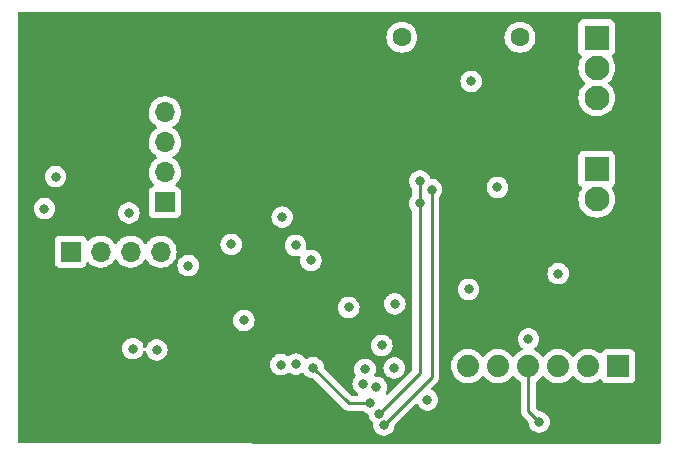
<source format=gbr>
%TF.GenerationSoftware,KiCad,Pcbnew,6.0.11-2627ca5db0~126~ubuntu22.04.1*%
%TF.CreationDate,2023-03-03T14:57:14-05:00*%
%TF.ProjectId,lin-peltier-control,6c696e2d-7065-46c7-9469-65722d636f6e,1.0*%
%TF.SameCoordinates,Original*%
%TF.FileFunction,Copper,L3,Inr*%
%TF.FilePolarity,Positive*%
%FSLAX46Y46*%
G04 Gerber Fmt 4.6, Leading zero omitted, Abs format (unit mm)*
G04 Created by KiCad (PCBNEW 6.0.11-2627ca5db0~126~ubuntu22.04.1) date 2023-03-03 14:57:14*
%MOMM*%
%LPD*%
G01*
G04 APERTURE LIST*
%TA.AperFunction,ComponentPad*%
%ADD10C,1.600000*%
%TD*%
%TA.AperFunction,ComponentPad*%
%ADD11R,1.700000X1.700000*%
%TD*%
%TA.AperFunction,ComponentPad*%
%ADD12O,1.700000X1.700000*%
%TD*%
%TA.AperFunction,ComponentPad*%
%ADD13R,2.100000X2.100000*%
%TD*%
%TA.AperFunction,ComponentPad*%
%ADD14C,2.100000*%
%TD*%
%TA.AperFunction,ComponentPad*%
%ADD15R,1.879600X1.879600*%
%TD*%
%TA.AperFunction,ComponentPad*%
%ADD16C,1.879600*%
%TD*%
%TA.AperFunction,ViaPad*%
%ADD17C,0.800000*%
%TD*%
%TA.AperFunction,Conductor*%
%ADD18C,0.250000*%
%TD*%
G04 APERTURE END LIST*
D10*
%TO.N,+BATT*%
%TO.C,F1*%
X218200000Y-63950000D03*
%TO.N,+12V*%
X208200000Y-63950000D03*
%TD*%
D11*
%TO.N,GND*%
%TO.C,J2*%
X180150000Y-82100000D03*
D12*
%TO.N,+5V*%
X182690000Y-82100000D03*
%TO.N,SDA5V*%
X185230000Y-82100000D03*
%TO.N,SCL5V*%
X187770000Y-82100000D03*
%TD*%
D13*
%TO.N,PELTIER+*%
%TO.C,J4*%
X224700000Y-75125000D03*
D14*
%TO.N,GND*%
X224700000Y-77665000D03*
%TD*%
D11*
%TO.N,+5V*%
%TO.C,U3*%
X188132300Y-77922600D03*
D12*
%TO.N,GND*%
X188132300Y-75382600D03*
%TO.N,+12V*%
X188132300Y-72842600D03*
%TO.N,unconnected-(U3-Pad4)*%
X188132300Y-70302600D03*
%TD*%
D13*
%TO.N,+BATT*%
%TO.C,J3*%
X224700000Y-64000000D03*
D14*
%TO.N,GND*%
X224700000Y-66540000D03*
%TO.N,LIN*%
X224700000Y-69080000D03*
%TD*%
D15*
%TO.N,unconnected-(J1-Pad1)*%
%TO.C,J1*%
X226520000Y-91800000D03*
D16*
%TO.N,UPDI*%
X223980000Y-91800000D03*
%TO.N,Net-(R6-Pad2)*%
X221440000Y-91800000D03*
%TO.N,Net-(JP1-Pad1)*%
X218900000Y-91800000D03*
%TO.N,unconnected-(J1-Pad5)*%
X216360000Y-91800000D03*
%TO.N,GND*%
X213820000Y-91800000D03*
%TD*%
D17*
%TO.N,Net-(JP1-Pad1)*%
X219820000Y-96520000D03*
%TO.N,GND*%
X178880000Y-75760000D03*
X177940000Y-78460000D03*
X194820000Y-87920000D03*
X207550000Y-91950000D03*
X213850000Y-85300000D03*
X190110000Y-83280000D03*
X216280000Y-76660000D03*
X200500000Y-82850000D03*
X198070000Y-79180000D03*
X214070000Y-67690000D03*
X207600000Y-86525000D03*
X206500000Y-90050000D03*
%TO.N,+5V*%
X185090000Y-78830000D03*
X193750000Y-81480000D03*
%TO.N,Net-(D4-Pad3)*%
X221430000Y-83970000D03*
%TO.N,LIN*%
X199200000Y-81575000D03*
%TO.N,TXD*%
X205540000Y-94940000D03*
X200675000Y-91925000D03*
%TO.N,~{LIN_SLP}*%
X197950000Y-91675000D03*
X205075000Y-92075000D03*
%TO.N,~{LIN_WAKE}*%
X204925000Y-93300000D03*
X199225000Y-91625000D03*
%TO.N,SCL*%
X206290576Y-95852382D03*
X187450000Y-90425000D03*
X209730000Y-78010000D03*
X209730000Y-76120000D03*
%TO.N,SDA*%
X210710000Y-76854500D03*
X206675000Y-96775000D03*
X185425000Y-90325000D03*
%TO.N,+12V*%
X218920000Y-89500000D03*
%TO.N,UPDI*%
X210360000Y-94650000D03*
%TO.N,+3V3*%
X194225000Y-89700000D03*
X197475000Y-93675000D03*
X214940000Y-74660000D03*
X208025000Y-89600000D03*
X193220000Y-84730000D03*
X202850000Y-88175000D03*
X193350000Y-92170000D03*
X181950000Y-90050000D03*
X225090000Y-95120000D03*
X190550000Y-89975000D03*
%TO.N,Net-(R5-Pad1)*%
X206050000Y-93590000D03*
X203700000Y-86825000D03*
%TD*%
D18*
%TO.N,Net-(JP1-Pad1)*%
X218900000Y-95600000D02*
X219820000Y-96520000D01*
X218900000Y-91800000D02*
X218900000Y-95600000D01*
%TO.N,TXD*%
X203690000Y-94940000D02*
X200675000Y-91925000D01*
X205540000Y-94940000D02*
X203690000Y-94940000D01*
%TO.N,SCL*%
X206290576Y-95829424D02*
X206290576Y-95852382D01*
X209730000Y-76120000D02*
X209730000Y-78010000D01*
X209730000Y-92390000D02*
X206290576Y-95829424D01*
X209730000Y-78010000D02*
X209730000Y-92390000D01*
%TO.N,SDA*%
X206675000Y-96775000D02*
X210710000Y-92740000D01*
X210710000Y-92740000D02*
X210710000Y-76854500D01*
%TD*%
%TA.AperFunction,Conductor*%
%TO.N,+3V3*%
G36*
X230043621Y-61818502D02*
G01*
X230090114Y-61872158D01*
X230101500Y-61924500D01*
X230101500Y-98235028D01*
X230081498Y-98303149D01*
X230027842Y-98349642D01*
X229975409Y-98361028D01*
X215532331Y-98350613D01*
X175794408Y-98321958D01*
X175726303Y-98301907D01*
X175679849Y-98248218D01*
X175668500Y-98195958D01*
X175668500Y-91675000D01*
X197036496Y-91675000D01*
X197037186Y-91681565D01*
X197043500Y-91741635D01*
X197056458Y-91864928D01*
X197115473Y-92046556D01*
X197118776Y-92052278D01*
X197118777Y-92052279D01*
X197135685Y-92081565D01*
X197210960Y-92211944D01*
X197215378Y-92216851D01*
X197215379Y-92216852D01*
X197258667Y-92264928D01*
X197338747Y-92353866D01*
X197424429Y-92416118D01*
X197471693Y-92450457D01*
X197493248Y-92466118D01*
X197499276Y-92468802D01*
X197499278Y-92468803D01*
X197644591Y-92533500D01*
X197667712Y-92543794D01*
X197761112Y-92563647D01*
X197848056Y-92582128D01*
X197848061Y-92582128D01*
X197854513Y-92583500D01*
X198045487Y-92583500D01*
X198051939Y-92582128D01*
X198051944Y-92582128D01*
X198138888Y-92563647D01*
X198232288Y-92543794D01*
X198255409Y-92533500D01*
X198400722Y-92468803D01*
X198400724Y-92468802D01*
X198406752Y-92466118D01*
X198428308Y-92450457D01*
X198475571Y-92416118D01*
X198547849Y-92363605D01*
X198614715Y-92339747D01*
X198683867Y-92355827D01*
X198695970Y-92363605D01*
X198721012Y-92381799D01*
X198768248Y-92416118D01*
X198774276Y-92418802D01*
X198774278Y-92418803D01*
X198936681Y-92491109D01*
X198942712Y-92493794D01*
X199036112Y-92513647D01*
X199123056Y-92532128D01*
X199123061Y-92532128D01*
X199129513Y-92533500D01*
X199320487Y-92533500D01*
X199326939Y-92532128D01*
X199326944Y-92532128D01*
X199413887Y-92513647D01*
X199507288Y-92493794D01*
X199513319Y-92491109D01*
X199675722Y-92418803D01*
X199675724Y-92418802D01*
X199681752Y-92416118D01*
X199728988Y-92381799D01*
X199795856Y-92357940D01*
X199865007Y-92374021D01*
X199912168Y-92420735D01*
X199935960Y-92461944D01*
X199940378Y-92466851D01*
X199940379Y-92466852D01*
X199991146Y-92523234D01*
X200063747Y-92603866D01*
X200218248Y-92716118D01*
X200224276Y-92718802D01*
X200224278Y-92718803D01*
X200386681Y-92791109D01*
X200392712Y-92793794D01*
X200478839Y-92812101D01*
X200573056Y-92832128D01*
X200573061Y-92832128D01*
X200579513Y-92833500D01*
X200635406Y-92833500D01*
X200703527Y-92853502D01*
X200724501Y-92870405D01*
X201962243Y-94108148D01*
X203186348Y-95332253D01*
X203193888Y-95340539D01*
X203198000Y-95347018D01*
X203203777Y-95352443D01*
X203247651Y-95393643D01*
X203250493Y-95396398D01*
X203270230Y-95416135D01*
X203273427Y-95418615D01*
X203282447Y-95426318D01*
X203314679Y-95456586D01*
X203321625Y-95460405D01*
X203321628Y-95460407D01*
X203332434Y-95466348D01*
X203348953Y-95477199D01*
X203364959Y-95489614D01*
X203372228Y-95492759D01*
X203372232Y-95492762D01*
X203405537Y-95507174D01*
X203416187Y-95512391D01*
X203454940Y-95533695D01*
X203462615Y-95535666D01*
X203462616Y-95535666D01*
X203474562Y-95538733D01*
X203493267Y-95545137D01*
X203511855Y-95553181D01*
X203519678Y-95554420D01*
X203519688Y-95554423D01*
X203555524Y-95560099D01*
X203567144Y-95562505D01*
X203602289Y-95571528D01*
X203609970Y-95573500D01*
X203630224Y-95573500D01*
X203649934Y-95575051D01*
X203669943Y-95578220D01*
X203677835Y-95577474D01*
X203713961Y-95574059D01*
X203725819Y-95573500D01*
X204831800Y-95573500D01*
X204899921Y-95593502D01*
X204919147Y-95609843D01*
X204919420Y-95609540D01*
X204924332Y-95613963D01*
X204928747Y-95618866D01*
X204934086Y-95622745D01*
X205067036Y-95719339D01*
X205083248Y-95731118D01*
X205089276Y-95733802D01*
X205089278Y-95733803D01*
X205251681Y-95806109D01*
X205257712Y-95808794D01*
X205285568Y-95814715D01*
X205348042Y-95848442D01*
X205382364Y-95910591D01*
X205384682Y-95924784D01*
X205390806Y-95983056D01*
X205394765Y-96020717D01*
X205397034Y-96042310D01*
X205456049Y-96223938D01*
X205551536Y-96389326D01*
X205679323Y-96531248D01*
X205684664Y-96535128D01*
X205684669Y-96535133D01*
X205720616Y-96561250D01*
X205763969Y-96617472D01*
X205771864Y-96676356D01*
X205761496Y-96775000D01*
X205781458Y-96964928D01*
X205840473Y-97146556D01*
X205935960Y-97311944D01*
X206063747Y-97453866D01*
X206218248Y-97566118D01*
X206224276Y-97568802D01*
X206224278Y-97568803D01*
X206386681Y-97641109D01*
X206392712Y-97643794D01*
X206486113Y-97663647D01*
X206573056Y-97682128D01*
X206573061Y-97682128D01*
X206579513Y-97683500D01*
X206770487Y-97683500D01*
X206776939Y-97682128D01*
X206776944Y-97682128D01*
X206863887Y-97663647D01*
X206957288Y-97643794D01*
X206963319Y-97641109D01*
X207125722Y-97568803D01*
X207125724Y-97568802D01*
X207131752Y-97566118D01*
X207286253Y-97453866D01*
X207414040Y-97311944D01*
X207509527Y-97146556D01*
X207568542Y-96964928D01*
X207585907Y-96799706D01*
X207612920Y-96734050D01*
X207622122Y-96723782D01*
X209335745Y-95010159D01*
X209398057Y-94976133D01*
X209468872Y-94981198D01*
X209525708Y-95023745D01*
X209533958Y-95036253D01*
X209620960Y-95186944D01*
X209625378Y-95191851D01*
X209625379Y-95191852D01*
X209733730Y-95312188D01*
X209748747Y-95328866D01*
X209903248Y-95441118D01*
X209909276Y-95443802D01*
X209909278Y-95443803D01*
X210071681Y-95516109D01*
X210077712Y-95518794D01*
X210157088Y-95535666D01*
X210258056Y-95557128D01*
X210258061Y-95557128D01*
X210264513Y-95558500D01*
X210455487Y-95558500D01*
X210461939Y-95557128D01*
X210461944Y-95557128D01*
X210562912Y-95535666D01*
X210642288Y-95518794D01*
X210648319Y-95516109D01*
X210810722Y-95443803D01*
X210810724Y-95443802D01*
X210816752Y-95441118D01*
X210971253Y-95328866D01*
X210986270Y-95312188D01*
X211094621Y-95191852D01*
X211094622Y-95191851D01*
X211099040Y-95186944D01*
X211194527Y-95021556D01*
X211253542Y-94839928D01*
X211273504Y-94650000D01*
X211253542Y-94460072D01*
X211194527Y-94278444D01*
X211188679Y-94268314D01*
X211102341Y-94118774D01*
X211099040Y-94113056D01*
X210971253Y-93971134D01*
X210816752Y-93858882D01*
X210810719Y-93856196D01*
X210810714Y-93856193D01*
X210756083Y-93831869D01*
X210701987Y-93785889D01*
X210681338Y-93717962D01*
X210700691Y-93649654D01*
X210718237Y-93627668D01*
X211102253Y-93243652D01*
X211110539Y-93236112D01*
X211117018Y-93232000D01*
X211163644Y-93182348D01*
X211166398Y-93179507D01*
X211186135Y-93159770D01*
X211188615Y-93156573D01*
X211196320Y-93147551D01*
X211221159Y-93121100D01*
X211226586Y-93115321D01*
X211230405Y-93108375D01*
X211230407Y-93108372D01*
X211236348Y-93097566D01*
X211247199Y-93081047D01*
X211254758Y-93071301D01*
X211259614Y-93065041D01*
X211262759Y-93057772D01*
X211262762Y-93057768D01*
X211277174Y-93024463D01*
X211282391Y-93013813D01*
X211303695Y-92975060D01*
X211308733Y-92955437D01*
X211315137Y-92936734D01*
X211320033Y-92925420D01*
X211320033Y-92925419D01*
X211323181Y-92918145D01*
X211324420Y-92910322D01*
X211324423Y-92910312D01*
X211330099Y-92874476D01*
X211332505Y-92862856D01*
X211341528Y-92827711D01*
X211341528Y-92827710D01*
X211343500Y-92820030D01*
X211343500Y-92799776D01*
X211345051Y-92780065D01*
X211346980Y-92767886D01*
X211348220Y-92760057D01*
X211344059Y-92716038D01*
X211343500Y-92704181D01*
X211343500Y-91764494D01*
X212367170Y-91764494D01*
X212367467Y-91769646D01*
X212367467Y-91769650D01*
X212377866Y-91950000D01*
X212380879Y-92002255D01*
X212382016Y-92007301D01*
X212382017Y-92007307D01*
X212392152Y-92052279D01*
X212433237Y-92234585D01*
X212435179Y-92239367D01*
X212435180Y-92239371D01*
X212508040Y-92418803D01*
X212522837Y-92455244D01*
X212647274Y-92658306D01*
X212803204Y-92838317D01*
X212986442Y-92990444D01*
X212990894Y-92993046D01*
X212990899Y-92993049D01*
X213179162Y-93103061D01*
X213192065Y-93110601D01*
X213414552Y-93195560D01*
X213419618Y-93196591D01*
X213419619Y-93196591D01*
X213473956Y-93207646D01*
X213647928Y-93243041D01*
X213781284Y-93247931D01*
X213880760Y-93251579D01*
X213880764Y-93251579D01*
X213885924Y-93251768D01*
X213891044Y-93251112D01*
X213891046Y-93251112D01*
X214117023Y-93222164D01*
X214117024Y-93222164D01*
X214122151Y-93221507D01*
X214127101Y-93220022D01*
X214345316Y-93154554D01*
X214345317Y-93154553D01*
X214350262Y-93153070D01*
X214564133Y-93048295D01*
X214568336Y-93045297D01*
X214568341Y-93045294D01*
X214753816Y-92912996D01*
X214753818Y-92912994D01*
X214758020Y-92909997D01*
X214926716Y-92741889D01*
X214984979Y-92660807D01*
X215040972Y-92617160D01*
X215111676Y-92610714D01*
X215174640Y-92643516D01*
X215186582Y-92657176D01*
X215187274Y-92658306D01*
X215343204Y-92838317D01*
X215526442Y-92990444D01*
X215530894Y-92993046D01*
X215530899Y-92993049D01*
X215719162Y-93103061D01*
X215732065Y-93110601D01*
X215954552Y-93195560D01*
X215959618Y-93196591D01*
X215959619Y-93196591D01*
X216013956Y-93207646D01*
X216187928Y-93243041D01*
X216321284Y-93247931D01*
X216420760Y-93251579D01*
X216420764Y-93251579D01*
X216425924Y-93251768D01*
X216431044Y-93251112D01*
X216431046Y-93251112D01*
X216657023Y-93222164D01*
X216657024Y-93222164D01*
X216662151Y-93221507D01*
X216667101Y-93220022D01*
X216885316Y-93154554D01*
X216885317Y-93154553D01*
X216890262Y-93153070D01*
X217104133Y-93048295D01*
X217108336Y-93045297D01*
X217108341Y-93045294D01*
X217293816Y-92912996D01*
X217293818Y-92912994D01*
X217298020Y-92909997D01*
X217466716Y-92741889D01*
X217524979Y-92660807D01*
X217580972Y-92617160D01*
X217651676Y-92610714D01*
X217714640Y-92643516D01*
X217726582Y-92657176D01*
X217727274Y-92658306D01*
X217883204Y-92838317D01*
X218066442Y-92990444D01*
X218070894Y-92993046D01*
X218070899Y-92993049D01*
X218204071Y-93070868D01*
X218252794Y-93122507D01*
X218266500Y-93179656D01*
X218266500Y-95521233D01*
X218265973Y-95532416D01*
X218264298Y-95539909D01*
X218264547Y-95547835D01*
X218264547Y-95547836D01*
X218266438Y-95607986D01*
X218266500Y-95611945D01*
X218266500Y-95639856D01*
X218266997Y-95643790D01*
X218266997Y-95643791D01*
X218267005Y-95643856D01*
X218267938Y-95655693D01*
X218269327Y-95699889D01*
X218274978Y-95719339D01*
X218278987Y-95738700D01*
X218281526Y-95758797D01*
X218284445Y-95766168D01*
X218284445Y-95766170D01*
X218297804Y-95799912D01*
X218301649Y-95811142D01*
X218313982Y-95853593D01*
X218318015Y-95860412D01*
X218318017Y-95860417D01*
X218324293Y-95871028D01*
X218332988Y-95888776D01*
X218340448Y-95907617D01*
X218345110Y-95914033D01*
X218345110Y-95914034D01*
X218366436Y-95943387D01*
X218372952Y-95953307D01*
X218390546Y-95983056D01*
X218395458Y-95991362D01*
X218409779Y-96005683D01*
X218422619Y-96020716D01*
X218434528Y-96037107D01*
X218448406Y-96048588D01*
X218468605Y-96065298D01*
X218477384Y-96073288D01*
X218872878Y-96468782D01*
X218906904Y-96531094D01*
X218909092Y-96544703D01*
X218926458Y-96709928D01*
X218985473Y-96891556D01*
X219080960Y-97056944D01*
X219208747Y-97198866D01*
X219307843Y-97270864D01*
X219356515Y-97306226D01*
X219363248Y-97311118D01*
X219369276Y-97313802D01*
X219369278Y-97313803D01*
X219531681Y-97386109D01*
X219537712Y-97388794D01*
X219631112Y-97408647D01*
X219718056Y-97427128D01*
X219718061Y-97427128D01*
X219724513Y-97428500D01*
X219915487Y-97428500D01*
X219921939Y-97427128D01*
X219921944Y-97427128D01*
X220008888Y-97408647D01*
X220102288Y-97388794D01*
X220108319Y-97386109D01*
X220270722Y-97313803D01*
X220270724Y-97313802D01*
X220276752Y-97311118D01*
X220283486Y-97306226D01*
X220332157Y-97270864D01*
X220431253Y-97198866D01*
X220559040Y-97056944D01*
X220654527Y-96891556D01*
X220713542Y-96709928D01*
X220723260Y-96617472D01*
X220732814Y-96526565D01*
X220733504Y-96520000D01*
X220713542Y-96330072D01*
X220654527Y-96148444D01*
X220559040Y-95983056D01*
X220527649Y-95948192D01*
X220435675Y-95846045D01*
X220435674Y-95846044D01*
X220431253Y-95841134D01*
X220307098Y-95750930D01*
X220282094Y-95732763D01*
X220282093Y-95732762D01*
X220276752Y-95728882D01*
X220270724Y-95726198D01*
X220270722Y-95726197D01*
X220108319Y-95653891D01*
X220108318Y-95653891D01*
X220102288Y-95651206D01*
X220008888Y-95631353D01*
X219921944Y-95612872D01*
X219921939Y-95612872D01*
X219915487Y-95611500D01*
X219859595Y-95611500D01*
X219791474Y-95591498D01*
X219770500Y-95574595D01*
X219570405Y-95374500D01*
X219536379Y-95312188D01*
X219533500Y-95285405D01*
X219533500Y-93181074D01*
X219553502Y-93112953D01*
X219604066Y-93067924D01*
X219644133Y-93048295D01*
X219648336Y-93045297D01*
X219648341Y-93045294D01*
X219833816Y-92912996D01*
X219833818Y-92912994D01*
X219838020Y-92909997D01*
X220006716Y-92741889D01*
X220064979Y-92660807D01*
X220120972Y-92617160D01*
X220191676Y-92610714D01*
X220254640Y-92643516D01*
X220266582Y-92657176D01*
X220267274Y-92658306D01*
X220423204Y-92838317D01*
X220606442Y-92990444D01*
X220610894Y-92993046D01*
X220610899Y-92993049D01*
X220799162Y-93103061D01*
X220812065Y-93110601D01*
X221034552Y-93195560D01*
X221039618Y-93196591D01*
X221039619Y-93196591D01*
X221093956Y-93207646D01*
X221267928Y-93243041D01*
X221401284Y-93247931D01*
X221500760Y-93251579D01*
X221500764Y-93251579D01*
X221505924Y-93251768D01*
X221511044Y-93251112D01*
X221511046Y-93251112D01*
X221737023Y-93222164D01*
X221737024Y-93222164D01*
X221742151Y-93221507D01*
X221747101Y-93220022D01*
X221965316Y-93154554D01*
X221965317Y-93154553D01*
X221970262Y-93153070D01*
X222184133Y-93048295D01*
X222188336Y-93045297D01*
X222188341Y-93045294D01*
X222373816Y-92912996D01*
X222373818Y-92912994D01*
X222378020Y-92909997D01*
X222546716Y-92741889D01*
X222604979Y-92660807D01*
X222660972Y-92617160D01*
X222731676Y-92610714D01*
X222794640Y-92643516D01*
X222806582Y-92657176D01*
X222807274Y-92658306D01*
X222963204Y-92838317D01*
X223146442Y-92990444D01*
X223150894Y-92993046D01*
X223150899Y-92993049D01*
X223339162Y-93103061D01*
X223352065Y-93110601D01*
X223574552Y-93195560D01*
X223579618Y-93196591D01*
X223579619Y-93196591D01*
X223633956Y-93207646D01*
X223807928Y-93243041D01*
X223941284Y-93247931D01*
X224040760Y-93251579D01*
X224040764Y-93251579D01*
X224045924Y-93251768D01*
X224051044Y-93251112D01*
X224051046Y-93251112D01*
X224277023Y-93222164D01*
X224277024Y-93222164D01*
X224282151Y-93221507D01*
X224287101Y-93220022D01*
X224505316Y-93154554D01*
X224505317Y-93154553D01*
X224510262Y-93153070D01*
X224724133Y-93048295D01*
X224728336Y-93045297D01*
X224728341Y-93045294D01*
X224913810Y-92913000D01*
X224918020Y-92909997D01*
X224920601Y-92907425D01*
X224985135Y-92878913D01*
X225055278Y-92889886D01*
X225108355Y-92937039D01*
X225119502Y-92959610D01*
X225129585Y-92986505D01*
X225216939Y-93103061D01*
X225333495Y-93190415D01*
X225469884Y-93241545D01*
X225532066Y-93248300D01*
X227507934Y-93248300D01*
X227570116Y-93241545D01*
X227706505Y-93190415D01*
X227823061Y-93103061D01*
X227910415Y-92986505D01*
X227961545Y-92850116D01*
X227968300Y-92787934D01*
X227968300Y-90812066D01*
X227961545Y-90749884D01*
X227910415Y-90613495D01*
X227823061Y-90496939D01*
X227706505Y-90409585D01*
X227570116Y-90358455D01*
X227507934Y-90351700D01*
X225532066Y-90351700D01*
X225469884Y-90358455D01*
X225333495Y-90409585D01*
X225216939Y-90496939D01*
X225129585Y-90613495D01*
X225126433Y-90621903D01*
X225118218Y-90643816D01*
X225075576Y-90700580D01*
X225009014Y-90725280D01*
X224939666Y-90710072D01*
X224922144Y-90698468D01*
X224788278Y-90592747D01*
X224788273Y-90592744D01*
X224784224Y-90589546D01*
X224779708Y-90587053D01*
X224779705Y-90587051D01*
X224580250Y-90476946D01*
X224580246Y-90476944D01*
X224575726Y-90474449D01*
X224570857Y-90472725D01*
X224570853Y-90472723D01*
X224356105Y-90396676D01*
X224356101Y-90396675D01*
X224351230Y-90394950D01*
X224346140Y-90394043D01*
X224346135Y-90394042D01*
X224204388Y-90368794D01*
X224116764Y-90353186D01*
X224025355Y-90352069D01*
X223883795Y-90350339D01*
X223883793Y-90350339D01*
X223878625Y-90350276D01*
X223643209Y-90386300D01*
X223416838Y-90460289D01*
X223392953Y-90472723D01*
X223244740Y-90549878D01*
X223205590Y-90570258D01*
X223201457Y-90573361D01*
X223201454Y-90573363D01*
X223019375Y-90710072D01*
X223015140Y-90713252D01*
X223011568Y-90716990D01*
X222896155Y-90837763D01*
X222850602Y-90885431D01*
X222816936Y-90934784D01*
X222815186Y-90937349D01*
X222760274Y-90982351D01*
X222689749Y-90990522D01*
X222626002Y-90959267D01*
X222605306Y-90934784D01*
X222594217Y-90917642D01*
X222594212Y-90917636D01*
X222591406Y-90913298D01*
X222562197Y-90881197D01*
X222531700Y-90847682D01*
X222431124Y-90737150D01*
X222427073Y-90733951D01*
X222427069Y-90733947D01*
X222248278Y-90592747D01*
X222248273Y-90592744D01*
X222244224Y-90589546D01*
X222239708Y-90587053D01*
X222239705Y-90587051D01*
X222040250Y-90476946D01*
X222040246Y-90476944D01*
X222035726Y-90474449D01*
X222030857Y-90472725D01*
X222030853Y-90472723D01*
X221816105Y-90396676D01*
X221816101Y-90396675D01*
X221811230Y-90394950D01*
X221806140Y-90394043D01*
X221806135Y-90394042D01*
X221664388Y-90368794D01*
X221576764Y-90353186D01*
X221485355Y-90352069D01*
X221343795Y-90350339D01*
X221343793Y-90350339D01*
X221338625Y-90350276D01*
X221103209Y-90386300D01*
X220876838Y-90460289D01*
X220852953Y-90472723D01*
X220704740Y-90549878D01*
X220665590Y-90570258D01*
X220661457Y-90573361D01*
X220661454Y-90573363D01*
X220479375Y-90710072D01*
X220475140Y-90713252D01*
X220471568Y-90716990D01*
X220356155Y-90837763D01*
X220310602Y-90885431D01*
X220276936Y-90934784D01*
X220275186Y-90937349D01*
X220220274Y-90982351D01*
X220149749Y-90990522D01*
X220086002Y-90959267D01*
X220065306Y-90934784D01*
X220054217Y-90917642D01*
X220054212Y-90917636D01*
X220051406Y-90913298D01*
X220022197Y-90881197D01*
X219991700Y-90847682D01*
X219891124Y-90737150D01*
X219887073Y-90733951D01*
X219887069Y-90733947D01*
X219708278Y-90592747D01*
X219708273Y-90592744D01*
X219704224Y-90589546D01*
X219699708Y-90587053D01*
X219699705Y-90587051D01*
X219500250Y-90476946D01*
X219500246Y-90476944D01*
X219495726Y-90474449D01*
X219490853Y-90472723D01*
X219490850Y-90472722D01*
X219471842Y-90465991D01*
X219414305Y-90424397D01*
X219388389Y-90358300D01*
X219402323Y-90288684D01*
X219439840Y-90245282D01*
X219477503Y-90217918D01*
X219531253Y-90178866D01*
X219641373Y-90056565D01*
X219654621Y-90041852D01*
X219654622Y-90041851D01*
X219659040Y-90036944D01*
X219717314Y-89936010D01*
X219751223Y-89877279D01*
X219751224Y-89877278D01*
X219754527Y-89871556D01*
X219813542Y-89689928D01*
X219833504Y-89500000D01*
X219813542Y-89310072D01*
X219754527Y-89128444D01*
X219659040Y-88963056D01*
X219531253Y-88821134D01*
X219376752Y-88708882D01*
X219370724Y-88706198D01*
X219370722Y-88706197D01*
X219208319Y-88633891D01*
X219208318Y-88633891D01*
X219202288Y-88631206D01*
X219108887Y-88611353D01*
X219021944Y-88592872D01*
X219021939Y-88592872D01*
X219015487Y-88591500D01*
X218824513Y-88591500D01*
X218818061Y-88592872D01*
X218818056Y-88592872D01*
X218731113Y-88611353D01*
X218637712Y-88631206D01*
X218631682Y-88633891D01*
X218631681Y-88633891D01*
X218469278Y-88706197D01*
X218469276Y-88706198D01*
X218463248Y-88708882D01*
X218308747Y-88821134D01*
X218180960Y-88963056D01*
X218085473Y-89128444D01*
X218026458Y-89310072D01*
X218006496Y-89500000D01*
X218026458Y-89689928D01*
X218085473Y-89871556D01*
X218088776Y-89877278D01*
X218088777Y-89877279D01*
X218122686Y-89936010D01*
X218180960Y-90036944D01*
X218185378Y-90041851D01*
X218185379Y-90041852D01*
X218198627Y-90056565D01*
X218308747Y-90178866D01*
X218384993Y-90234262D01*
X218428346Y-90290483D01*
X218434421Y-90361219D01*
X218401290Y-90424011D01*
X218350077Y-90455962D01*
X218336838Y-90460289D01*
X218312953Y-90472723D01*
X218164740Y-90549878D01*
X218125590Y-90570258D01*
X218121457Y-90573361D01*
X218121454Y-90573363D01*
X217939375Y-90710072D01*
X217935140Y-90713252D01*
X217931568Y-90716990D01*
X217816155Y-90837763D01*
X217770602Y-90885431D01*
X217736936Y-90934784D01*
X217735186Y-90937349D01*
X217680274Y-90982351D01*
X217609749Y-90990522D01*
X217546002Y-90959267D01*
X217525306Y-90934784D01*
X217514217Y-90917642D01*
X217514212Y-90917636D01*
X217511406Y-90913298D01*
X217482197Y-90881197D01*
X217451700Y-90847682D01*
X217351124Y-90737150D01*
X217347073Y-90733951D01*
X217347069Y-90733947D01*
X217168278Y-90592747D01*
X217168273Y-90592744D01*
X217164224Y-90589546D01*
X217159708Y-90587053D01*
X217159705Y-90587051D01*
X216960250Y-90476946D01*
X216960246Y-90476944D01*
X216955726Y-90474449D01*
X216950857Y-90472725D01*
X216950853Y-90472723D01*
X216736105Y-90396676D01*
X216736101Y-90396675D01*
X216731230Y-90394950D01*
X216726140Y-90394043D01*
X216726135Y-90394042D01*
X216584388Y-90368794D01*
X216496764Y-90353186D01*
X216405355Y-90352069D01*
X216263795Y-90350339D01*
X216263793Y-90350339D01*
X216258625Y-90350276D01*
X216023209Y-90386300D01*
X215796838Y-90460289D01*
X215772953Y-90472723D01*
X215624740Y-90549878D01*
X215585590Y-90570258D01*
X215581457Y-90573361D01*
X215581454Y-90573363D01*
X215399375Y-90710072D01*
X215395140Y-90713252D01*
X215391568Y-90716990D01*
X215276155Y-90837763D01*
X215230602Y-90885431D01*
X215196936Y-90934784D01*
X215195186Y-90937349D01*
X215140274Y-90982351D01*
X215069749Y-90990522D01*
X215006002Y-90959267D01*
X214985306Y-90934784D01*
X214974217Y-90917642D01*
X214974212Y-90917636D01*
X214971406Y-90913298D01*
X214942197Y-90881197D01*
X214911700Y-90847682D01*
X214811124Y-90737150D01*
X214807073Y-90733951D01*
X214807069Y-90733947D01*
X214628278Y-90592747D01*
X214628273Y-90592744D01*
X214624224Y-90589546D01*
X214619708Y-90587053D01*
X214619705Y-90587051D01*
X214420250Y-90476946D01*
X214420246Y-90476944D01*
X214415726Y-90474449D01*
X214410857Y-90472725D01*
X214410853Y-90472723D01*
X214196105Y-90396676D01*
X214196101Y-90396675D01*
X214191230Y-90394950D01*
X214186140Y-90394043D01*
X214186135Y-90394042D01*
X214044388Y-90368794D01*
X213956764Y-90353186D01*
X213865355Y-90352069D01*
X213723795Y-90350339D01*
X213723793Y-90350339D01*
X213718625Y-90350276D01*
X213483209Y-90386300D01*
X213256838Y-90460289D01*
X213232953Y-90472723D01*
X213084740Y-90549878D01*
X213045590Y-90570258D01*
X213041457Y-90573361D01*
X213041454Y-90573363D01*
X212859375Y-90710072D01*
X212855140Y-90713252D01*
X212851568Y-90716990D01*
X212736155Y-90837763D01*
X212690602Y-90885431D01*
X212687691Y-90889699D01*
X212687687Y-90889704D01*
X212640234Y-90959267D01*
X212556394Y-91082172D01*
X212522033Y-91156197D01*
X212466402Y-91276045D01*
X212456122Y-91298191D01*
X212392477Y-91527685D01*
X212391928Y-91532819D01*
X212391928Y-91532821D01*
X212387664Y-91572721D01*
X212367170Y-91764494D01*
X211343500Y-91764494D01*
X211343500Y-85300000D01*
X212936496Y-85300000D01*
X212956458Y-85489928D01*
X213015473Y-85671556D01*
X213110960Y-85836944D01*
X213115378Y-85841851D01*
X213115379Y-85841852D01*
X213218344Y-85956206D01*
X213238747Y-85978866D01*
X213393248Y-86091118D01*
X213399276Y-86093802D01*
X213399278Y-86093803D01*
X213561681Y-86166109D01*
X213567712Y-86168794D01*
X213661112Y-86188647D01*
X213748056Y-86207128D01*
X213748061Y-86207128D01*
X213754513Y-86208500D01*
X213945487Y-86208500D01*
X213951939Y-86207128D01*
X213951944Y-86207128D01*
X214038887Y-86188647D01*
X214132288Y-86168794D01*
X214138319Y-86166109D01*
X214300722Y-86093803D01*
X214300724Y-86093802D01*
X214306752Y-86091118D01*
X214461253Y-85978866D01*
X214481656Y-85956206D01*
X214584621Y-85841852D01*
X214584622Y-85841851D01*
X214589040Y-85836944D01*
X214684527Y-85671556D01*
X214743542Y-85489928D01*
X214763504Y-85300000D01*
X214743542Y-85110072D01*
X214684527Y-84928444D01*
X214589040Y-84763056D01*
X214461253Y-84621134D01*
X214306752Y-84508882D01*
X214300724Y-84506198D01*
X214300722Y-84506197D01*
X214138319Y-84433891D01*
X214138318Y-84433891D01*
X214132288Y-84431206D01*
X214038887Y-84411353D01*
X213951944Y-84392872D01*
X213951939Y-84392872D01*
X213945487Y-84391500D01*
X213754513Y-84391500D01*
X213748061Y-84392872D01*
X213748056Y-84392872D01*
X213661113Y-84411353D01*
X213567712Y-84431206D01*
X213561682Y-84433891D01*
X213561681Y-84433891D01*
X213399278Y-84506197D01*
X213399276Y-84506198D01*
X213393248Y-84508882D01*
X213238747Y-84621134D01*
X213110960Y-84763056D01*
X213015473Y-84928444D01*
X212956458Y-85110072D01*
X212936496Y-85300000D01*
X211343500Y-85300000D01*
X211343500Y-83970000D01*
X220516496Y-83970000D01*
X220517186Y-83976565D01*
X220535006Y-84146109D01*
X220536458Y-84159928D01*
X220595473Y-84341556D01*
X220690960Y-84506944D01*
X220818747Y-84648866D01*
X220973248Y-84761118D01*
X220979276Y-84763802D01*
X220979278Y-84763803D01*
X221141681Y-84836109D01*
X221147712Y-84838794D01*
X221241112Y-84858647D01*
X221328056Y-84877128D01*
X221328061Y-84877128D01*
X221334513Y-84878500D01*
X221525487Y-84878500D01*
X221531939Y-84877128D01*
X221531944Y-84877128D01*
X221618888Y-84858647D01*
X221712288Y-84838794D01*
X221718319Y-84836109D01*
X221880722Y-84763803D01*
X221880724Y-84763802D01*
X221886752Y-84761118D01*
X222041253Y-84648866D01*
X222169040Y-84506944D01*
X222264527Y-84341556D01*
X222323542Y-84159928D01*
X222324995Y-84146109D01*
X222342814Y-83976565D01*
X222343504Y-83970000D01*
X222327933Y-83821852D01*
X222324232Y-83786635D01*
X222324232Y-83786633D01*
X222323542Y-83780072D01*
X222264527Y-83598444D01*
X222169040Y-83433056D01*
X222134981Y-83395229D01*
X222045675Y-83296045D01*
X222045674Y-83296044D01*
X222041253Y-83291134D01*
X221886752Y-83178882D01*
X221880724Y-83176198D01*
X221880722Y-83176197D01*
X221718319Y-83103891D01*
X221718318Y-83103891D01*
X221712288Y-83101206D01*
X221609615Y-83079382D01*
X221531944Y-83062872D01*
X221531939Y-83062872D01*
X221525487Y-83061500D01*
X221334513Y-83061500D01*
X221328061Y-83062872D01*
X221328056Y-83062872D01*
X221250385Y-83079382D01*
X221147712Y-83101206D01*
X221141682Y-83103891D01*
X221141681Y-83103891D01*
X220979278Y-83176197D01*
X220979276Y-83176198D01*
X220973248Y-83178882D01*
X220818747Y-83291134D01*
X220814326Y-83296044D01*
X220814325Y-83296045D01*
X220725020Y-83395229D01*
X220690960Y-83433056D01*
X220595473Y-83598444D01*
X220536458Y-83780072D01*
X220535768Y-83786633D01*
X220535768Y-83786635D01*
X220532067Y-83821852D01*
X220516496Y-83970000D01*
X211343500Y-83970000D01*
X211343500Y-77665000D01*
X223136681Y-77665000D01*
X223155928Y-77909557D01*
X223157082Y-77914364D01*
X223157083Y-77914370D01*
X223168972Y-77963891D01*
X223213195Y-78148092D01*
X223307073Y-78374732D01*
X223435248Y-78583896D01*
X223438463Y-78587660D01*
X223438465Y-78587663D01*
X223591359Y-78766677D01*
X223594567Y-78770433D01*
X223598323Y-78773641D01*
X223734930Y-78890315D01*
X223781104Y-78929752D01*
X223785327Y-78932340D01*
X223785330Y-78932342D01*
X223854515Y-78974738D01*
X223990268Y-79057927D01*
X224134967Y-79117864D01*
X224212335Y-79149911D01*
X224212337Y-79149912D01*
X224216908Y-79151805D01*
X224299563Y-79171649D01*
X224450630Y-79207917D01*
X224450636Y-79207918D01*
X224455443Y-79209072D01*
X224700000Y-79228319D01*
X224944557Y-79209072D01*
X224949364Y-79207918D01*
X224949370Y-79207917D01*
X225100437Y-79171649D01*
X225183092Y-79151805D01*
X225187663Y-79149912D01*
X225187665Y-79149911D01*
X225265033Y-79117864D01*
X225409732Y-79057927D01*
X225545485Y-78974738D01*
X225614670Y-78932342D01*
X225614673Y-78932340D01*
X225618896Y-78929752D01*
X225665071Y-78890315D01*
X225801677Y-78773641D01*
X225805433Y-78770433D01*
X225808641Y-78766677D01*
X225961535Y-78587663D01*
X225961537Y-78587660D01*
X225964752Y-78583896D01*
X226092927Y-78374732D01*
X226186805Y-78148092D01*
X226231028Y-77963891D01*
X226242917Y-77914370D01*
X226242918Y-77914364D01*
X226244072Y-77909557D01*
X226263319Y-77665000D01*
X226244072Y-77420443D01*
X226238288Y-77396347D01*
X226187960Y-77186720D01*
X226186805Y-77181908D01*
X226092927Y-76955268D01*
X225984168Y-76777788D01*
X225965630Y-76709255D01*
X225987087Y-76641578D01*
X226016035Y-76611128D01*
X226059287Y-76578712D01*
X226113261Y-76538261D01*
X226200615Y-76421705D01*
X226251745Y-76285316D01*
X226258500Y-76223134D01*
X226258500Y-74026866D01*
X226251745Y-73964684D01*
X226200615Y-73828295D01*
X226113261Y-73711739D01*
X225996705Y-73624385D01*
X225860316Y-73573255D01*
X225798134Y-73566500D01*
X223601866Y-73566500D01*
X223539684Y-73573255D01*
X223403295Y-73624385D01*
X223286739Y-73711739D01*
X223199385Y-73828295D01*
X223148255Y-73964684D01*
X223141500Y-74026866D01*
X223141500Y-76223134D01*
X223148255Y-76285316D01*
X223199385Y-76421705D01*
X223286739Y-76538261D01*
X223340713Y-76578712D01*
X223383965Y-76611128D01*
X223426479Y-76667988D01*
X223431504Y-76738806D01*
X223415832Y-76777788D01*
X223307073Y-76955268D01*
X223213195Y-77181908D01*
X223212040Y-77186720D01*
X223161713Y-77396347D01*
X223155928Y-77420443D01*
X223136681Y-77665000D01*
X211343500Y-77665000D01*
X211343500Y-77557024D01*
X211363502Y-77488903D01*
X211375858Y-77472721D01*
X211449040Y-77391444D01*
X211544527Y-77226056D01*
X211603542Y-77044428D01*
X211604294Y-77037279D01*
X211622814Y-76861065D01*
X211623504Y-76854500D01*
X211603542Y-76664572D01*
X211602056Y-76660000D01*
X215366496Y-76660000D01*
X215386458Y-76849928D01*
X215445473Y-77031556D01*
X215448776Y-77037278D01*
X215448777Y-77037279D01*
X215452905Y-77044428D01*
X215540960Y-77196944D01*
X215545378Y-77201851D01*
X215545379Y-77201852D01*
X215640483Y-77307476D01*
X215668747Y-77338866D01*
X215823248Y-77451118D01*
X215829276Y-77453802D01*
X215829278Y-77453803D01*
X215991681Y-77526109D01*
X215997712Y-77528794D01*
X216091112Y-77548647D01*
X216178056Y-77567128D01*
X216178061Y-77567128D01*
X216184513Y-77568500D01*
X216375487Y-77568500D01*
X216381939Y-77567128D01*
X216381944Y-77567128D01*
X216468887Y-77548647D01*
X216562288Y-77528794D01*
X216568319Y-77526109D01*
X216730722Y-77453803D01*
X216730724Y-77453802D01*
X216736752Y-77451118D01*
X216891253Y-77338866D01*
X216919517Y-77307476D01*
X217014621Y-77201852D01*
X217014622Y-77201851D01*
X217019040Y-77196944D01*
X217107095Y-77044428D01*
X217111223Y-77037279D01*
X217111224Y-77037278D01*
X217114527Y-77031556D01*
X217173542Y-76849928D01*
X217193504Y-76660000D01*
X217176402Y-76497279D01*
X217174232Y-76476635D01*
X217174232Y-76476633D01*
X217173542Y-76470072D01*
X217114527Y-76288444D01*
X217108186Y-76277460D01*
X217056355Y-76187688D01*
X217019040Y-76123056D01*
X216984484Y-76084677D01*
X216895675Y-75986045D01*
X216895674Y-75986044D01*
X216891253Y-75981134D01*
X216736752Y-75868882D01*
X216730724Y-75866198D01*
X216730722Y-75866197D01*
X216568319Y-75793891D01*
X216568318Y-75793891D01*
X216562288Y-75791206D01*
X216446362Y-75766565D01*
X216381944Y-75752872D01*
X216381939Y-75752872D01*
X216375487Y-75751500D01*
X216184513Y-75751500D01*
X216178061Y-75752872D01*
X216178056Y-75752872D01*
X216113638Y-75766565D01*
X215997712Y-75791206D01*
X215991682Y-75793891D01*
X215991681Y-75793891D01*
X215829278Y-75866197D01*
X215829276Y-75866198D01*
X215823248Y-75868882D01*
X215668747Y-75981134D01*
X215664326Y-75986044D01*
X215664325Y-75986045D01*
X215575517Y-76084677D01*
X215540960Y-76123056D01*
X215503645Y-76187688D01*
X215451815Y-76277460D01*
X215445473Y-76288444D01*
X215386458Y-76470072D01*
X215385768Y-76476633D01*
X215385768Y-76476635D01*
X215383598Y-76497279D01*
X215366496Y-76660000D01*
X211602056Y-76660000D01*
X211544527Y-76482944D01*
X211540885Y-76476635D01*
X211479507Y-76370327D01*
X211449040Y-76317556D01*
X211436263Y-76303365D01*
X211325675Y-76180545D01*
X211325674Y-76180544D01*
X211321253Y-76175634D01*
X211166752Y-76063382D01*
X211160724Y-76060698D01*
X211160722Y-76060697D01*
X210998319Y-75988391D01*
X210998318Y-75988391D01*
X210992288Y-75985706D01*
X210898887Y-75965853D01*
X210811944Y-75947372D01*
X210811939Y-75947372D01*
X210805487Y-75946000D01*
X210720261Y-75946000D01*
X210652140Y-75925998D01*
X210605647Y-75872342D01*
X210600428Y-75858936D01*
X210577976Y-75789834D01*
X210564527Y-75748444D01*
X210469040Y-75583056D01*
X210454716Y-75567147D01*
X210345675Y-75446045D01*
X210345674Y-75446044D01*
X210341253Y-75441134D01*
X210186752Y-75328882D01*
X210180724Y-75326198D01*
X210180722Y-75326197D01*
X210018319Y-75253891D01*
X210018318Y-75253891D01*
X210012288Y-75251206D01*
X209918887Y-75231353D01*
X209831944Y-75212872D01*
X209831939Y-75212872D01*
X209825487Y-75211500D01*
X209634513Y-75211500D01*
X209628061Y-75212872D01*
X209628056Y-75212872D01*
X209541113Y-75231353D01*
X209447712Y-75251206D01*
X209441682Y-75253891D01*
X209441681Y-75253891D01*
X209279278Y-75326197D01*
X209279276Y-75326198D01*
X209273248Y-75328882D01*
X209118747Y-75441134D01*
X209114326Y-75446044D01*
X209114325Y-75446045D01*
X209005285Y-75567147D01*
X208990960Y-75583056D01*
X208895473Y-75748444D01*
X208836458Y-75930072D01*
X208816496Y-76120000D01*
X208817186Y-76126565D01*
X208834861Y-76294729D01*
X208836458Y-76309928D01*
X208895473Y-76491556D01*
X208898776Y-76497278D01*
X208898777Y-76497279D01*
X208929861Y-76551118D01*
X208990960Y-76656944D01*
X209064137Y-76738215D01*
X209094853Y-76802221D01*
X209096500Y-76822524D01*
X209096500Y-77307476D01*
X209076498Y-77375597D01*
X209064142Y-77391779D01*
X208990960Y-77473056D01*
X208895473Y-77638444D01*
X208836458Y-77820072D01*
X208816496Y-78010000D01*
X208817186Y-78016565D01*
X208831491Y-78152665D01*
X208836458Y-78199928D01*
X208895473Y-78381556D01*
X208898776Y-78387278D01*
X208898777Y-78387279D01*
X208901943Y-78392763D01*
X208990960Y-78546944D01*
X209064137Y-78628215D01*
X209094853Y-78692221D01*
X209096500Y-78712524D01*
X209096500Y-92075406D01*
X209076498Y-92143527D01*
X209059595Y-92164501D01*
X207044896Y-94179199D01*
X206982586Y-94213224D01*
X206911771Y-94208159D01*
X206854935Y-94165612D01*
X206830124Y-94099092D01*
X206846683Y-94027104D01*
X206874533Y-93978866D01*
X206884527Y-93961556D01*
X206943542Y-93779928D01*
X206963504Y-93590000D01*
X206943542Y-93400072D01*
X206884527Y-93218444D01*
X206868345Y-93190415D01*
X206824989Y-93115321D01*
X206789040Y-93053056D01*
X206721549Y-92978099D01*
X206665675Y-92916045D01*
X206665674Y-92916044D01*
X206661253Y-92911134D01*
X206535860Y-92820030D01*
X206512094Y-92802763D01*
X206512093Y-92802762D01*
X206506752Y-92798882D01*
X206500724Y-92796198D01*
X206500722Y-92796197D01*
X206338319Y-92723891D01*
X206338318Y-92723891D01*
X206332288Y-92721206D01*
X206238887Y-92701353D01*
X206151944Y-92682872D01*
X206151939Y-92682872D01*
X206145487Y-92681500D01*
X205992120Y-92681500D01*
X205923999Y-92661498D01*
X205877506Y-92607842D01*
X205867402Y-92537568D01*
X205883001Y-92492500D01*
X205906223Y-92452279D01*
X205906224Y-92452278D01*
X205909527Y-92446556D01*
X205968542Y-92264928D01*
X205988504Y-92075000D01*
X205975366Y-91950000D01*
X206636496Y-91950000D01*
X206637186Y-91956565D01*
X206649677Y-92075406D01*
X206656458Y-92139928D01*
X206715473Y-92321556D01*
X206718776Y-92327278D01*
X206718777Y-92327279D01*
X206731292Y-92348955D01*
X206810960Y-92486944D01*
X206815378Y-92491851D01*
X206815379Y-92491852D01*
X206896664Y-92582128D01*
X206938747Y-92628866D01*
X206983661Y-92661498D01*
X207065842Y-92721206D01*
X207093248Y-92741118D01*
X207099276Y-92743802D01*
X207099278Y-92743803D01*
X207252679Y-92812101D01*
X207267712Y-92818794D01*
X207359560Y-92838317D01*
X207448056Y-92857128D01*
X207448061Y-92857128D01*
X207454513Y-92858500D01*
X207645487Y-92858500D01*
X207651939Y-92857128D01*
X207651944Y-92857128D01*
X207740440Y-92838317D01*
X207832288Y-92818794D01*
X207847321Y-92812101D01*
X208000722Y-92743803D01*
X208000724Y-92743802D01*
X208006752Y-92741118D01*
X208034159Y-92721206D01*
X208116339Y-92661498D01*
X208161253Y-92628866D01*
X208203336Y-92582128D01*
X208284621Y-92491852D01*
X208284622Y-92491851D01*
X208289040Y-92486944D01*
X208368708Y-92348955D01*
X208381223Y-92327279D01*
X208381224Y-92327278D01*
X208384527Y-92321556D01*
X208443542Y-92139928D01*
X208450324Y-92075406D01*
X208462814Y-91956565D01*
X208463504Y-91950000D01*
X208443542Y-91760072D01*
X208384527Y-91578444D01*
X208358187Y-91532821D01*
X208334408Y-91491635D01*
X208289040Y-91413056D01*
X208273804Y-91396134D01*
X208165675Y-91276045D01*
X208165674Y-91276044D01*
X208161253Y-91271134D01*
X208052417Y-91192060D01*
X208012094Y-91162763D01*
X208012093Y-91162762D01*
X208006752Y-91158882D01*
X208000724Y-91156198D01*
X208000722Y-91156197D01*
X207838319Y-91083891D01*
X207838318Y-91083891D01*
X207832288Y-91081206D01*
X207727305Y-91058891D01*
X207651944Y-91042872D01*
X207651939Y-91042872D01*
X207645487Y-91041500D01*
X207454513Y-91041500D01*
X207448061Y-91042872D01*
X207448056Y-91042872D01*
X207372695Y-91058891D01*
X207267712Y-91081206D01*
X207261682Y-91083891D01*
X207261681Y-91083891D01*
X207099278Y-91156197D01*
X207099276Y-91156198D01*
X207093248Y-91158882D01*
X207087907Y-91162762D01*
X207087906Y-91162763D01*
X207047583Y-91192060D01*
X206938747Y-91271134D01*
X206934326Y-91276044D01*
X206934325Y-91276045D01*
X206826197Y-91396134D01*
X206810960Y-91413056D01*
X206765592Y-91491635D01*
X206741814Y-91532821D01*
X206715473Y-91578444D01*
X206656458Y-91760072D01*
X206636496Y-91950000D01*
X205975366Y-91950000D01*
X205972739Y-91925000D01*
X205969232Y-91891635D01*
X205969232Y-91891633D01*
X205968542Y-91885072D01*
X205909527Y-91703444D01*
X205814040Y-91538056D01*
X205809327Y-91532821D01*
X205690675Y-91401045D01*
X205690674Y-91401044D01*
X205686253Y-91396134D01*
X205558677Y-91303444D01*
X205537094Y-91287763D01*
X205537093Y-91287762D01*
X205531752Y-91283882D01*
X205525724Y-91281198D01*
X205525722Y-91281197D01*
X205363319Y-91208891D01*
X205363318Y-91208891D01*
X205357288Y-91206206D01*
X205263887Y-91186353D01*
X205176944Y-91167872D01*
X205176939Y-91167872D01*
X205170487Y-91166500D01*
X204979513Y-91166500D01*
X204973061Y-91167872D01*
X204973056Y-91167872D01*
X204886113Y-91186353D01*
X204792712Y-91206206D01*
X204786682Y-91208891D01*
X204786681Y-91208891D01*
X204624278Y-91281197D01*
X204624276Y-91281198D01*
X204618248Y-91283882D01*
X204612907Y-91287762D01*
X204612906Y-91287763D01*
X204591323Y-91303444D01*
X204463747Y-91396134D01*
X204459326Y-91401044D01*
X204459325Y-91401045D01*
X204340674Y-91532821D01*
X204335960Y-91538056D01*
X204240473Y-91703444D01*
X204181458Y-91885072D01*
X204180768Y-91891633D01*
X204180768Y-91891635D01*
X204177261Y-91925000D01*
X204161496Y-92075000D01*
X204181458Y-92264928D01*
X204240473Y-92446556D01*
X204260490Y-92481226D01*
X204284743Y-92523234D01*
X204301480Y-92592229D01*
X204278259Y-92659321D01*
X204269259Y-92670543D01*
X204209208Y-92737237D01*
X204185960Y-92763056D01*
X204135696Y-92850116D01*
X204097632Y-92916045D01*
X204090473Y-92928444D01*
X204031458Y-93110072D01*
X204030768Y-93116633D01*
X204030768Y-93116635D01*
X204020669Y-93212721D01*
X204011496Y-93300000D01*
X204031458Y-93489928D01*
X204090473Y-93671556D01*
X204185960Y-93836944D01*
X204190378Y-93841851D01*
X204190379Y-93841852D01*
X204292502Y-93955271D01*
X204313747Y-93978866D01*
X204380141Y-94027104D01*
X204450969Y-94078564D01*
X204494323Y-94134786D01*
X204500398Y-94205523D01*
X204467266Y-94268314D01*
X204405446Y-94303226D01*
X204376908Y-94306500D01*
X204004594Y-94306500D01*
X203936473Y-94286498D01*
X203915499Y-94269595D01*
X201622122Y-91976217D01*
X201588096Y-91913905D01*
X201585907Y-91900292D01*
X201569232Y-91741635D01*
X201569232Y-91741633D01*
X201568542Y-91735072D01*
X201509527Y-91553444D01*
X201414040Y-91388056D01*
X201320242Y-91283882D01*
X201290675Y-91251045D01*
X201290674Y-91251044D01*
X201286253Y-91246134D01*
X201171503Y-91162763D01*
X201137094Y-91137763D01*
X201137093Y-91137762D01*
X201131752Y-91133882D01*
X201125724Y-91131198D01*
X201125722Y-91131197D01*
X200963319Y-91058891D01*
X200963318Y-91058891D01*
X200957288Y-91056206D01*
X200863887Y-91036353D01*
X200776944Y-91017872D01*
X200776939Y-91017872D01*
X200770487Y-91016500D01*
X200579513Y-91016500D01*
X200573061Y-91017872D01*
X200573056Y-91017872D01*
X200486112Y-91036353D01*
X200392712Y-91056206D01*
X200386682Y-91058891D01*
X200386681Y-91058891D01*
X200224278Y-91131197D01*
X200224276Y-91131198D01*
X200218248Y-91133882D01*
X200212907Y-91137762D01*
X200212906Y-91137763D01*
X200171012Y-91168201D01*
X200104144Y-91192060D01*
X200034993Y-91175979D01*
X199987832Y-91129265D01*
X199981792Y-91118803D01*
X199964040Y-91088056D01*
X199847388Y-90958500D01*
X199840675Y-90951045D01*
X199840674Y-90951044D01*
X199836253Y-90946134D01*
X199695407Y-90843803D01*
X199687094Y-90837763D01*
X199687093Y-90837762D01*
X199681752Y-90833882D01*
X199675724Y-90831198D01*
X199675722Y-90831197D01*
X199513319Y-90758891D01*
X199513318Y-90758891D01*
X199507288Y-90756206D01*
X199413887Y-90736353D01*
X199326944Y-90717872D01*
X199326939Y-90717872D01*
X199320487Y-90716500D01*
X199129513Y-90716500D01*
X199123061Y-90717872D01*
X199123056Y-90717872D01*
X199036113Y-90736353D01*
X198942712Y-90756206D01*
X198936682Y-90758891D01*
X198936681Y-90758891D01*
X198774278Y-90831197D01*
X198774276Y-90831198D01*
X198768248Y-90833882D01*
X198762907Y-90837762D01*
X198762906Y-90837763D01*
X198754593Y-90843803D01*
X198694088Y-90887763D01*
X198627152Y-90936395D01*
X198560285Y-90960253D01*
X198491133Y-90944173D01*
X198479030Y-90936395D01*
X198412094Y-90887763D01*
X198412093Y-90887762D01*
X198406752Y-90883882D01*
X198400724Y-90881198D01*
X198400722Y-90881197D01*
X198238319Y-90808891D01*
X198238318Y-90808891D01*
X198232288Y-90806206D01*
X198138888Y-90786353D01*
X198051944Y-90767872D01*
X198051939Y-90767872D01*
X198045487Y-90766500D01*
X197854513Y-90766500D01*
X197848061Y-90767872D01*
X197848056Y-90767872D01*
X197761112Y-90786353D01*
X197667712Y-90806206D01*
X197661682Y-90808891D01*
X197661681Y-90808891D01*
X197499278Y-90881197D01*
X197499276Y-90881198D01*
X197493248Y-90883882D01*
X197487907Y-90887762D01*
X197487906Y-90887763D01*
X197445196Y-90918794D01*
X197338747Y-90996134D01*
X197334326Y-91001044D01*
X197334325Y-91001045D01*
X197234208Y-91112237D01*
X197210960Y-91138056D01*
X197165891Y-91216118D01*
X197122595Y-91291109D01*
X197115473Y-91303444D01*
X197056458Y-91485072D01*
X197036496Y-91675000D01*
X175668500Y-91675000D01*
X175668500Y-90325000D01*
X184511496Y-90325000D01*
X184512186Y-90331565D01*
X184528972Y-90491272D01*
X184531458Y-90514928D01*
X184590473Y-90696556D01*
X184593776Y-90702278D01*
X184593777Y-90702279D01*
X184602780Y-90717872D01*
X184685960Y-90861944D01*
X184690378Y-90866851D01*
X184690379Y-90866852D01*
X184737148Y-90918794D01*
X184813747Y-91003866D01*
X184833025Y-91017872D01*
X184951385Y-91103866D01*
X184968248Y-91116118D01*
X184974276Y-91118802D01*
X184974278Y-91118803D01*
X185136681Y-91191109D01*
X185142712Y-91193794D01*
X185229479Y-91212237D01*
X185323056Y-91232128D01*
X185323061Y-91232128D01*
X185329513Y-91233500D01*
X185520487Y-91233500D01*
X185526939Y-91232128D01*
X185526944Y-91232128D01*
X185620521Y-91212237D01*
X185707288Y-91193794D01*
X185713319Y-91191109D01*
X185875722Y-91118803D01*
X185875724Y-91118802D01*
X185881752Y-91116118D01*
X185898616Y-91103866D01*
X186016975Y-91017872D01*
X186036253Y-91003866D01*
X186112852Y-90918794D01*
X186159621Y-90866852D01*
X186159622Y-90866851D01*
X186164040Y-90861944D01*
X186247220Y-90717872D01*
X186256223Y-90702279D01*
X186256224Y-90702278D01*
X186259527Y-90696556D01*
X186307186Y-90549878D01*
X186347260Y-90491272D01*
X186412656Y-90463635D01*
X186482613Y-90475742D01*
X186534919Y-90523748D01*
X186552329Y-90575643D01*
X186556458Y-90614928D01*
X186615473Y-90796556D01*
X186618776Y-90802278D01*
X186618777Y-90802279D01*
X186682874Y-90913298D01*
X186710960Y-90961944D01*
X186715378Y-90966851D01*
X186715379Y-90966852D01*
X186818344Y-91081206D01*
X186838747Y-91103866D01*
X186993248Y-91216118D01*
X186999276Y-91218802D01*
X186999278Y-91218803D01*
X187145449Y-91283882D01*
X187167712Y-91293794D01*
X187242680Y-91309729D01*
X187348056Y-91332128D01*
X187348061Y-91332128D01*
X187354513Y-91333500D01*
X187545487Y-91333500D01*
X187551939Y-91332128D01*
X187551944Y-91332128D01*
X187657320Y-91309729D01*
X187732288Y-91293794D01*
X187754551Y-91283882D01*
X187900722Y-91218803D01*
X187900724Y-91218802D01*
X187906752Y-91216118D01*
X188061253Y-91103866D01*
X188081656Y-91081206D01*
X188184621Y-90966852D01*
X188184622Y-90966851D01*
X188189040Y-90961944D01*
X188217126Y-90913298D01*
X188281223Y-90802279D01*
X188281224Y-90802278D01*
X188284527Y-90796556D01*
X188343542Y-90614928D01*
X188345968Y-90591852D01*
X188362814Y-90431565D01*
X188363504Y-90425000D01*
X188357597Y-90368794D01*
X188344232Y-90241635D01*
X188344232Y-90241633D01*
X188343542Y-90235072D01*
X188284527Y-90053444D01*
X188282539Y-90050000D01*
X205586496Y-90050000D01*
X205587186Y-90056565D01*
X205605021Y-90226252D01*
X205606458Y-90239928D01*
X205665473Y-90421556D01*
X205668776Y-90427278D01*
X205668777Y-90427279D01*
X205689215Y-90462679D01*
X205760960Y-90586944D01*
X205765378Y-90591851D01*
X205765379Y-90591852D01*
X205878054Y-90716990D01*
X205888747Y-90728866D01*
X205930073Y-90758891D01*
X206033289Y-90833882D01*
X206043248Y-90841118D01*
X206049276Y-90843802D01*
X206049278Y-90843803D01*
X206211681Y-90916109D01*
X206217712Y-90918794D01*
X206292939Y-90934784D01*
X206398056Y-90957128D01*
X206398061Y-90957128D01*
X206404513Y-90958500D01*
X206595487Y-90958500D01*
X206601939Y-90957128D01*
X206601944Y-90957128D01*
X206707061Y-90934784D01*
X206782288Y-90918794D01*
X206788319Y-90916109D01*
X206950722Y-90843803D01*
X206950724Y-90843802D01*
X206956752Y-90841118D01*
X206966712Y-90833882D01*
X207069927Y-90758891D01*
X207111253Y-90728866D01*
X207121946Y-90716990D01*
X207234621Y-90591852D01*
X207234622Y-90591851D01*
X207239040Y-90586944D01*
X207310785Y-90462679D01*
X207331223Y-90427279D01*
X207331224Y-90427278D01*
X207334527Y-90421556D01*
X207393542Y-90239928D01*
X207394980Y-90226252D01*
X207412814Y-90056565D01*
X207413504Y-90050000D01*
X207396483Y-89888056D01*
X207394232Y-89866635D01*
X207394232Y-89866633D01*
X207393542Y-89860072D01*
X207334527Y-89678444D01*
X207239040Y-89513056D01*
X207233196Y-89506565D01*
X207115675Y-89376045D01*
X207115674Y-89376044D01*
X207111253Y-89371134D01*
X206956752Y-89258882D01*
X206950724Y-89256198D01*
X206950722Y-89256197D01*
X206788319Y-89183891D01*
X206788318Y-89183891D01*
X206782288Y-89181206D01*
X206688888Y-89161353D01*
X206601944Y-89142872D01*
X206601939Y-89142872D01*
X206595487Y-89141500D01*
X206404513Y-89141500D01*
X206398061Y-89142872D01*
X206398056Y-89142872D01*
X206311112Y-89161353D01*
X206217712Y-89181206D01*
X206211682Y-89183891D01*
X206211681Y-89183891D01*
X206049278Y-89256197D01*
X206049276Y-89256198D01*
X206043248Y-89258882D01*
X205888747Y-89371134D01*
X205884326Y-89376044D01*
X205884325Y-89376045D01*
X205766805Y-89506565D01*
X205760960Y-89513056D01*
X205665473Y-89678444D01*
X205606458Y-89860072D01*
X205605768Y-89866633D01*
X205605768Y-89866635D01*
X205603517Y-89888056D01*
X205586496Y-90050000D01*
X188282539Y-90050000D01*
X188277835Y-90041852D01*
X188247314Y-89988990D01*
X188189040Y-89888056D01*
X188179337Y-89877279D01*
X188065675Y-89751045D01*
X188065674Y-89751044D01*
X188061253Y-89746134D01*
X187930375Y-89651045D01*
X187912094Y-89637763D01*
X187912093Y-89637762D01*
X187906752Y-89633882D01*
X187900724Y-89631198D01*
X187900722Y-89631197D01*
X187738319Y-89558891D01*
X187738318Y-89558891D01*
X187732288Y-89556206D01*
X187638887Y-89536353D01*
X187551944Y-89517872D01*
X187551939Y-89517872D01*
X187545487Y-89516500D01*
X187354513Y-89516500D01*
X187348061Y-89517872D01*
X187348056Y-89517872D01*
X187261112Y-89536353D01*
X187167712Y-89556206D01*
X187161682Y-89558891D01*
X187161681Y-89558891D01*
X186999278Y-89631197D01*
X186999276Y-89631198D01*
X186993248Y-89633882D01*
X186987907Y-89637762D01*
X186987906Y-89637763D01*
X186969625Y-89651045D01*
X186838747Y-89746134D01*
X186834326Y-89751044D01*
X186834325Y-89751045D01*
X186720664Y-89877279D01*
X186710960Y-89888056D01*
X186652686Y-89988990D01*
X186622166Y-90041852D01*
X186615473Y-90053444D01*
X186613431Y-90059729D01*
X186567814Y-90200122D01*
X186527740Y-90258728D01*
X186462344Y-90286365D01*
X186392387Y-90274258D01*
X186340081Y-90226252D01*
X186322671Y-90174357D01*
X186319232Y-90141635D01*
X186319232Y-90141633D01*
X186318542Y-90135072D01*
X186259527Y-89953444D01*
X186164040Y-89788056D01*
X186036253Y-89646134D01*
X185881752Y-89533882D01*
X185875724Y-89531198D01*
X185875722Y-89531197D01*
X185713319Y-89458891D01*
X185713318Y-89458891D01*
X185707288Y-89456206D01*
X185613888Y-89436353D01*
X185526944Y-89417872D01*
X185526939Y-89417872D01*
X185520487Y-89416500D01*
X185329513Y-89416500D01*
X185323061Y-89417872D01*
X185323056Y-89417872D01*
X185236112Y-89436353D01*
X185142712Y-89456206D01*
X185136682Y-89458891D01*
X185136681Y-89458891D01*
X184974278Y-89531197D01*
X184974276Y-89531198D01*
X184968248Y-89533882D01*
X184813747Y-89646134D01*
X184685960Y-89788056D01*
X184590473Y-89953444D01*
X184531458Y-90135072D01*
X184530768Y-90141633D01*
X184530768Y-90141635D01*
X184521127Y-90233365D01*
X184511496Y-90325000D01*
X175668500Y-90325000D01*
X175668500Y-87920000D01*
X193906496Y-87920000D01*
X193926458Y-88109928D01*
X193985473Y-88291556D01*
X194080960Y-88456944D01*
X194208747Y-88598866D01*
X194363248Y-88711118D01*
X194369276Y-88713802D01*
X194369278Y-88713803D01*
X194531681Y-88786109D01*
X194537712Y-88788794D01*
X194631113Y-88808647D01*
X194718056Y-88827128D01*
X194718061Y-88827128D01*
X194724513Y-88828500D01*
X194915487Y-88828500D01*
X194921939Y-88827128D01*
X194921944Y-88827128D01*
X195008888Y-88808647D01*
X195102288Y-88788794D01*
X195108319Y-88786109D01*
X195270722Y-88713803D01*
X195270724Y-88713802D01*
X195276752Y-88711118D01*
X195431253Y-88598866D01*
X195559040Y-88456944D01*
X195654527Y-88291556D01*
X195713542Y-88109928D01*
X195733504Y-87920000D01*
X195713542Y-87730072D01*
X195654527Y-87548444D01*
X195625955Y-87498955D01*
X195587372Y-87432128D01*
X195559040Y-87383056D01*
X195501187Y-87318803D01*
X195435675Y-87246045D01*
X195435674Y-87246044D01*
X195431253Y-87241134D01*
X195276752Y-87128882D01*
X195270724Y-87126198D01*
X195270722Y-87126197D01*
X195108319Y-87053891D01*
X195108318Y-87053891D01*
X195102288Y-87051206D01*
X195008888Y-87031353D01*
X194921944Y-87012872D01*
X194921939Y-87012872D01*
X194915487Y-87011500D01*
X194724513Y-87011500D01*
X194718061Y-87012872D01*
X194718056Y-87012872D01*
X194631112Y-87031353D01*
X194537712Y-87051206D01*
X194531682Y-87053891D01*
X194531681Y-87053891D01*
X194369278Y-87126197D01*
X194369276Y-87126198D01*
X194363248Y-87128882D01*
X194208747Y-87241134D01*
X194204326Y-87246044D01*
X194204325Y-87246045D01*
X194138814Y-87318803D01*
X194080960Y-87383056D01*
X194052628Y-87432128D01*
X194014046Y-87498955D01*
X193985473Y-87548444D01*
X193926458Y-87730072D01*
X193906496Y-87920000D01*
X175668500Y-87920000D01*
X175668500Y-86825000D01*
X202786496Y-86825000D01*
X202806458Y-87014928D01*
X202865473Y-87196556D01*
X202868776Y-87202278D01*
X202868777Y-87202279D01*
X202902686Y-87261010D01*
X202960960Y-87361944D01*
X203088747Y-87503866D01*
X203243248Y-87616118D01*
X203249276Y-87618802D01*
X203249278Y-87618803D01*
X203411681Y-87691109D01*
X203417712Y-87693794D01*
X203511113Y-87713647D01*
X203598056Y-87732128D01*
X203598061Y-87732128D01*
X203604513Y-87733500D01*
X203795487Y-87733500D01*
X203801939Y-87732128D01*
X203801944Y-87732128D01*
X203888887Y-87713647D01*
X203982288Y-87693794D01*
X203988319Y-87691109D01*
X204150722Y-87618803D01*
X204150724Y-87618802D01*
X204156752Y-87616118D01*
X204311253Y-87503866D01*
X204439040Y-87361944D01*
X204497314Y-87261010D01*
X204531223Y-87202279D01*
X204531224Y-87202278D01*
X204534527Y-87196556D01*
X204593542Y-87014928D01*
X204613504Y-86825000D01*
X204593542Y-86635072D01*
X204557777Y-86525000D01*
X206686496Y-86525000D01*
X206706458Y-86714928D01*
X206765473Y-86896556D01*
X206860960Y-87061944D01*
X206865378Y-87066851D01*
X206865379Y-87066852D01*
X206976506Y-87190271D01*
X206988747Y-87203866D01*
X207143248Y-87316118D01*
X207149276Y-87318802D01*
X207149278Y-87318803D01*
X207311681Y-87391109D01*
X207317712Y-87393794D01*
X207411113Y-87413647D01*
X207498056Y-87432128D01*
X207498061Y-87432128D01*
X207504513Y-87433500D01*
X207695487Y-87433500D01*
X207701939Y-87432128D01*
X207701944Y-87432128D01*
X207788887Y-87413647D01*
X207882288Y-87393794D01*
X207888319Y-87391109D01*
X208050722Y-87318803D01*
X208050724Y-87318802D01*
X208056752Y-87316118D01*
X208211253Y-87203866D01*
X208223494Y-87190271D01*
X208334621Y-87066852D01*
X208334622Y-87066851D01*
X208339040Y-87061944D01*
X208434527Y-86896556D01*
X208493542Y-86714928D01*
X208513504Y-86525000D01*
X208493542Y-86335072D01*
X208434527Y-86153444D01*
X208339040Y-85988056D01*
X208326344Y-85973955D01*
X208215675Y-85851045D01*
X208215674Y-85851044D01*
X208211253Y-85846134D01*
X208056752Y-85733882D01*
X208050724Y-85731198D01*
X208050722Y-85731197D01*
X207888319Y-85658891D01*
X207888318Y-85658891D01*
X207882288Y-85656206D01*
X207788887Y-85636353D01*
X207701944Y-85617872D01*
X207701939Y-85617872D01*
X207695487Y-85616500D01*
X207504513Y-85616500D01*
X207498061Y-85617872D01*
X207498056Y-85617872D01*
X207411113Y-85636353D01*
X207317712Y-85656206D01*
X207311682Y-85658891D01*
X207311681Y-85658891D01*
X207149278Y-85731197D01*
X207149276Y-85731198D01*
X207143248Y-85733882D01*
X206988747Y-85846134D01*
X206984326Y-85851044D01*
X206984325Y-85851045D01*
X206873657Y-85973955D01*
X206860960Y-85988056D01*
X206765473Y-86153444D01*
X206706458Y-86335072D01*
X206686496Y-86525000D01*
X204557777Y-86525000D01*
X204534527Y-86453444D01*
X204439040Y-86288056D01*
X204332892Y-86170166D01*
X204315675Y-86151045D01*
X204315674Y-86151044D01*
X204311253Y-86146134D01*
X204156752Y-86033882D01*
X204150724Y-86031198D01*
X204150722Y-86031197D01*
X203988319Y-85958891D01*
X203988318Y-85958891D01*
X203982288Y-85956206D01*
X203888887Y-85936353D01*
X203801944Y-85917872D01*
X203801939Y-85917872D01*
X203795487Y-85916500D01*
X203604513Y-85916500D01*
X203598061Y-85917872D01*
X203598056Y-85917872D01*
X203511112Y-85936353D01*
X203417712Y-85956206D01*
X203411682Y-85958891D01*
X203411681Y-85958891D01*
X203249278Y-86031197D01*
X203249276Y-86031198D01*
X203243248Y-86033882D01*
X203088747Y-86146134D01*
X203084326Y-86151044D01*
X203084325Y-86151045D01*
X203067109Y-86170166D01*
X202960960Y-86288056D01*
X202865473Y-86453444D01*
X202806458Y-86635072D01*
X202786496Y-86825000D01*
X175668500Y-86825000D01*
X175668500Y-82998134D01*
X178791500Y-82998134D01*
X178798255Y-83060316D01*
X178849385Y-83196705D01*
X178936739Y-83313261D01*
X179053295Y-83400615D01*
X179189684Y-83451745D01*
X179251866Y-83458500D01*
X181048134Y-83458500D01*
X181110316Y-83451745D01*
X181246705Y-83400615D01*
X181363261Y-83313261D01*
X181450615Y-83196705D01*
X181472799Y-83137529D01*
X181494598Y-83079382D01*
X181537240Y-83022618D01*
X181603802Y-82997918D01*
X181673150Y-83013126D01*
X181707817Y-83041114D01*
X181736250Y-83073938D01*
X181908126Y-83216632D01*
X182101000Y-83329338D01*
X182309692Y-83409030D01*
X182314760Y-83410061D01*
X182314763Y-83410062D01*
X182403659Y-83428148D01*
X182528597Y-83453567D01*
X182533772Y-83453757D01*
X182533774Y-83453757D01*
X182746673Y-83461564D01*
X182746677Y-83461564D01*
X182751837Y-83461753D01*
X182756957Y-83461097D01*
X182756959Y-83461097D01*
X182968288Y-83434025D01*
X182968289Y-83434025D01*
X182973416Y-83433368D01*
X182990815Y-83428148D01*
X183182429Y-83370661D01*
X183182434Y-83370659D01*
X183187384Y-83369174D01*
X183387994Y-83270896D01*
X183569860Y-83141173D01*
X183728096Y-82983489D01*
X183858453Y-82802077D01*
X183859776Y-82803028D01*
X183906645Y-82759857D01*
X183976580Y-82747625D01*
X184042026Y-82775144D01*
X184069875Y-82806994D01*
X184129987Y-82905088D01*
X184276250Y-83073938D01*
X184448126Y-83216632D01*
X184641000Y-83329338D01*
X184849692Y-83409030D01*
X184854760Y-83410061D01*
X184854763Y-83410062D01*
X184943659Y-83428148D01*
X185068597Y-83453567D01*
X185073772Y-83453757D01*
X185073774Y-83453757D01*
X185286673Y-83461564D01*
X185286677Y-83461564D01*
X185291837Y-83461753D01*
X185296957Y-83461097D01*
X185296959Y-83461097D01*
X185508288Y-83434025D01*
X185508289Y-83434025D01*
X185513416Y-83433368D01*
X185530815Y-83428148D01*
X185722429Y-83370661D01*
X185722434Y-83370659D01*
X185727384Y-83369174D01*
X185927994Y-83270896D01*
X186109860Y-83141173D01*
X186268096Y-82983489D01*
X186398453Y-82802077D01*
X186399776Y-82803028D01*
X186446645Y-82759857D01*
X186516580Y-82747625D01*
X186582026Y-82775144D01*
X186609875Y-82806994D01*
X186669987Y-82905088D01*
X186816250Y-83073938D01*
X186988126Y-83216632D01*
X187181000Y-83329338D01*
X187389692Y-83409030D01*
X187394760Y-83410061D01*
X187394763Y-83410062D01*
X187483659Y-83428148D01*
X187608597Y-83453567D01*
X187613772Y-83453757D01*
X187613774Y-83453757D01*
X187826673Y-83461564D01*
X187826677Y-83461564D01*
X187831837Y-83461753D01*
X187836957Y-83461097D01*
X187836959Y-83461097D01*
X188048288Y-83434025D01*
X188048289Y-83434025D01*
X188053416Y-83433368D01*
X188070815Y-83428148D01*
X188262429Y-83370661D01*
X188262434Y-83370659D01*
X188267384Y-83369174D01*
X188449410Y-83280000D01*
X189196496Y-83280000D01*
X189197186Y-83286565D01*
X189214637Y-83452598D01*
X189216458Y-83469928D01*
X189275473Y-83651556D01*
X189370960Y-83816944D01*
X189498747Y-83958866D01*
X189653248Y-84071118D01*
X189659276Y-84073802D01*
X189659278Y-84073803D01*
X189821681Y-84146109D01*
X189827712Y-84148794D01*
X189909629Y-84166206D01*
X190008056Y-84187128D01*
X190008061Y-84187128D01*
X190014513Y-84188500D01*
X190205487Y-84188500D01*
X190211939Y-84187128D01*
X190211944Y-84187128D01*
X190310371Y-84166206D01*
X190392288Y-84148794D01*
X190398319Y-84146109D01*
X190560722Y-84073803D01*
X190560724Y-84073802D01*
X190566752Y-84071118D01*
X190721253Y-83958866D01*
X190849040Y-83816944D01*
X190944527Y-83651556D01*
X191003542Y-83469928D01*
X191005364Y-83452598D01*
X191022814Y-83286565D01*
X191023504Y-83280000D01*
X191016701Y-83215271D01*
X191004232Y-83096635D01*
X191004232Y-83096633D01*
X191003542Y-83090072D01*
X190944527Y-82908444D01*
X190849040Y-82743056D01*
X190721253Y-82601134D01*
X190566752Y-82488882D01*
X190560724Y-82486198D01*
X190560722Y-82486197D01*
X190398319Y-82413891D01*
X190398318Y-82413891D01*
X190392288Y-82411206D01*
X190298888Y-82391353D01*
X190211944Y-82372872D01*
X190211939Y-82372872D01*
X190205487Y-82371500D01*
X190014513Y-82371500D01*
X190008061Y-82372872D01*
X190008056Y-82372872D01*
X189921112Y-82391353D01*
X189827712Y-82411206D01*
X189821682Y-82413891D01*
X189821681Y-82413891D01*
X189659278Y-82486197D01*
X189659276Y-82486198D01*
X189653248Y-82488882D01*
X189498747Y-82601134D01*
X189370960Y-82743056D01*
X189275473Y-82908444D01*
X189216458Y-83090072D01*
X189215768Y-83096633D01*
X189215768Y-83096635D01*
X189203299Y-83215271D01*
X189196496Y-83280000D01*
X188449410Y-83280000D01*
X188467994Y-83270896D01*
X188649860Y-83141173D01*
X188808096Y-82983489D01*
X188938453Y-82802077D01*
X188959320Y-82759857D01*
X189035136Y-82606453D01*
X189035137Y-82606451D01*
X189037430Y-82601811D01*
X189094525Y-82413891D01*
X189100865Y-82393023D01*
X189100865Y-82393021D01*
X189102370Y-82388069D01*
X189131529Y-82166590D01*
X189133156Y-82100000D01*
X189114852Y-81877361D01*
X189060431Y-81660702D01*
X188981859Y-81480000D01*
X192836496Y-81480000D01*
X192856458Y-81669928D01*
X192915473Y-81851556D01*
X192918776Y-81857278D01*
X192918777Y-81857279D01*
X192933351Y-81882522D01*
X193010960Y-82016944D01*
X193015378Y-82021851D01*
X193015379Y-82021852D01*
X193082724Y-82096646D01*
X193138747Y-82158866D01*
X193293248Y-82271118D01*
X193299276Y-82273802D01*
X193299278Y-82273803D01*
X193461681Y-82346109D01*
X193467712Y-82348794D01*
X193549215Y-82366118D01*
X193648056Y-82387128D01*
X193648061Y-82387128D01*
X193654513Y-82388500D01*
X193845487Y-82388500D01*
X193851939Y-82387128D01*
X193851944Y-82387128D01*
X193950785Y-82366118D01*
X194032288Y-82348794D01*
X194038319Y-82346109D01*
X194200722Y-82273803D01*
X194200724Y-82273802D01*
X194206752Y-82271118D01*
X194361253Y-82158866D01*
X194417276Y-82096646D01*
X194484621Y-82021852D01*
X194484622Y-82021851D01*
X194489040Y-82016944D01*
X194566649Y-81882522D01*
X194581223Y-81857279D01*
X194581224Y-81857278D01*
X194584527Y-81851556D01*
X194643542Y-81669928D01*
X194653519Y-81575000D01*
X198286496Y-81575000D01*
X198287186Y-81581565D01*
X198295504Y-81660702D01*
X198306458Y-81764928D01*
X198365473Y-81946556D01*
X198368776Y-81952278D01*
X198368777Y-81952279D01*
X198385478Y-81981206D01*
X198460960Y-82111944D01*
X198465378Y-82116851D01*
X198465379Y-82116852D01*
X198513151Y-82169908D01*
X198588747Y-82253866D01*
X198670215Y-82313056D01*
X198719404Y-82348794D01*
X198743248Y-82366118D01*
X198749276Y-82368802D01*
X198749278Y-82368803D01*
X198850548Y-82413891D01*
X198917712Y-82443794D01*
X199011112Y-82463647D01*
X199098056Y-82482128D01*
X199098061Y-82482128D01*
X199104513Y-82483500D01*
X199295487Y-82483500D01*
X199301939Y-82482128D01*
X199301944Y-82482128D01*
X199477687Y-82444772D01*
X199548478Y-82450174D01*
X199605110Y-82492991D01*
X199629604Y-82559628D01*
X199623717Y-82606954D01*
X199606458Y-82660072D01*
X199586496Y-82850000D01*
X199587186Y-82856565D01*
X199604639Y-83022618D01*
X199606458Y-83039928D01*
X199665473Y-83221556D01*
X199668776Y-83227278D01*
X199668777Y-83227279D01*
X199695274Y-83273173D01*
X199760960Y-83386944D01*
X199765378Y-83391851D01*
X199765379Y-83391852D01*
X199828148Y-83461564D01*
X199888747Y-83528866D01*
X200043248Y-83641118D01*
X200049276Y-83643802D01*
X200049278Y-83643803D01*
X200066692Y-83651556D01*
X200217712Y-83718794D01*
X200311113Y-83738647D01*
X200398056Y-83757128D01*
X200398061Y-83757128D01*
X200404513Y-83758500D01*
X200595487Y-83758500D01*
X200601939Y-83757128D01*
X200601944Y-83757128D01*
X200688887Y-83738647D01*
X200782288Y-83718794D01*
X200933308Y-83651556D01*
X200950722Y-83643803D01*
X200950724Y-83643802D01*
X200956752Y-83641118D01*
X201111253Y-83528866D01*
X201171852Y-83461564D01*
X201234621Y-83391852D01*
X201234622Y-83391851D01*
X201239040Y-83386944D01*
X201304726Y-83273173D01*
X201331223Y-83227279D01*
X201331224Y-83227278D01*
X201334527Y-83221556D01*
X201393542Y-83039928D01*
X201395362Y-83022618D01*
X201412814Y-82856565D01*
X201413504Y-82850000D01*
X201393542Y-82660072D01*
X201334527Y-82478444D01*
X201315087Y-82444772D01*
X201282349Y-82388069D01*
X201239040Y-82313056D01*
X201203697Y-82273803D01*
X201115675Y-82176045D01*
X201115674Y-82176044D01*
X201111253Y-82171134D01*
X200956752Y-82058882D01*
X200950724Y-82056198D01*
X200950722Y-82056197D01*
X200788319Y-81983891D01*
X200788318Y-81983891D01*
X200782288Y-81981206D01*
X200688887Y-81961353D01*
X200601944Y-81942872D01*
X200601939Y-81942872D01*
X200595487Y-81941500D01*
X200404513Y-81941500D01*
X200398061Y-81942872D01*
X200398056Y-81942872D01*
X200222313Y-81980228D01*
X200151522Y-81974826D01*
X200094890Y-81932009D01*
X200070396Y-81865372D01*
X200076283Y-81818044D01*
X200091503Y-81771203D01*
X200093542Y-81764928D01*
X200104497Y-81660702D01*
X200112814Y-81581565D01*
X200113504Y-81575000D01*
X200095071Y-81399618D01*
X200094232Y-81391635D01*
X200094232Y-81391633D01*
X200093542Y-81385072D01*
X200034527Y-81203444D01*
X200007015Y-81155791D01*
X199942341Y-81043774D01*
X199939040Y-81038056D01*
X199811253Y-80896134D01*
X199656752Y-80783882D01*
X199650724Y-80781198D01*
X199650722Y-80781197D01*
X199488319Y-80708891D01*
X199488318Y-80708891D01*
X199482288Y-80706206D01*
X199388154Y-80686197D01*
X199301944Y-80667872D01*
X199301939Y-80667872D01*
X199295487Y-80666500D01*
X199104513Y-80666500D01*
X199098061Y-80667872D01*
X199098056Y-80667872D01*
X199011846Y-80686197D01*
X198917712Y-80706206D01*
X198911682Y-80708891D01*
X198911681Y-80708891D01*
X198749278Y-80781197D01*
X198749276Y-80781198D01*
X198743248Y-80783882D01*
X198588747Y-80896134D01*
X198460960Y-81038056D01*
X198457659Y-81043774D01*
X198392986Y-81155791D01*
X198365473Y-81203444D01*
X198306458Y-81385072D01*
X198305768Y-81391633D01*
X198305768Y-81391635D01*
X198304929Y-81399618D01*
X198286496Y-81575000D01*
X194653519Y-81575000D01*
X194663504Y-81480000D01*
X194657900Y-81426680D01*
X194644232Y-81296635D01*
X194644232Y-81296633D01*
X194643542Y-81290072D01*
X194584527Y-81108444D01*
X194568472Y-81080635D01*
X194501477Y-80964598D01*
X194489040Y-80943056D01*
X194361253Y-80801134D01*
X194234292Y-80708891D01*
X194212094Y-80692763D01*
X194212093Y-80692762D01*
X194206752Y-80688882D01*
X194200724Y-80686198D01*
X194200722Y-80686197D01*
X194038319Y-80613891D01*
X194038318Y-80613891D01*
X194032288Y-80611206D01*
X193938888Y-80591353D01*
X193851944Y-80572872D01*
X193851939Y-80572872D01*
X193845487Y-80571500D01*
X193654513Y-80571500D01*
X193648061Y-80572872D01*
X193648056Y-80572872D01*
X193561112Y-80591353D01*
X193467712Y-80611206D01*
X193461682Y-80613891D01*
X193461681Y-80613891D01*
X193299278Y-80686197D01*
X193299276Y-80686198D01*
X193293248Y-80688882D01*
X193287907Y-80692762D01*
X193287906Y-80692763D01*
X193265708Y-80708891D01*
X193138747Y-80801134D01*
X193010960Y-80943056D01*
X192998523Y-80964598D01*
X192931529Y-81080635D01*
X192915473Y-81108444D01*
X192856458Y-81290072D01*
X192855768Y-81296633D01*
X192855768Y-81296635D01*
X192842100Y-81426680D01*
X192836496Y-81480000D01*
X188981859Y-81480000D01*
X188971354Y-81455840D01*
X188864114Y-81290072D01*
X188852822Y-81272617D01*
X188852820Y-81272614D01*
X188850014Y-81268277D01*
X188699670Y-81103051D01*
X188695619Y-81099852D01*
X188695615Y-81099848D01*
X188528414Y-80967800D01*
X188528410Y-80967798D01*
X188524359Y-80964598D01*
X188328789Y-80856638D01*
X188323920Y-80854914D01*
X188323916Y-80854912D01*
X188123087Y-80783795D01*
X188123083Y-80783794D01*
X188118212Y-80782069D01*
X188113119Y-80781162D01*
X188113116Y-80781161D01*
X187903373Y-80743800D01*
X187903367Y-80743799D01*
X187898284Y-80742894D01*
X187824452Y-80741992D01*
X187680081Y-80740228D01*
X187680079Y-80740228D01*
X187674911Y-80740165D01*
X187454091Y-80773955D01*
X187241756Y-80843357D01*
X187211443Y-80859137D01*
X187130939Y-80901045D01*
X187043607Y-80946507D01*
X187039474Y-80949610D01*
X187039471Y-80949612D01*
X186914059Y-81043774D01*
X186864965Y-81080635D01*
X186861393Y-81084373D01*
X186753729Y-81197037D01*
X186710629Y-81242138D01*
X186603201Y-81399621D01*
X186548293Y-81444621D01*
X186477768Y-81452792D01*
X186414021Y-81421538D01*
X186393324Y-81397054D01*
X186312822Y-81272617D01*
X186312820Y-81272614D01*
X186310014Y-81268277D01*
X186159670Y-81103051D01*
X186155619Y-81099852D01*
X186155615Y-81099848D01*
X185988414Y-80967800D01*
X185988410Y-80967798D01*
X185984359Y-80964598D01*
X185788789Y-80856638D01*
X185783920Y-80854914D01*
X185783916Y-80854912D01*
X185583087Y-80783795D01*
X185583083Y-80783794D01*
X185578212Y-80782069D01*
X185573119Y-80781162D01*
X185573116Y-80781161D01*
X185363373Y-80743800D01*
X185363367Y-80743799D01*
X185358284Y-80742894D01*
X185284452Y-80741992D01*
X185140081Y-80740228D01*
X185140079Y-80740228D01*
X185134911Y-80740165D01*
X184914091Y-80773955D01*
X184701756Y-80843357D01*
X184671443Y-80859137D01*
X184590939Y-80901045D01*
X184503607Y-80946507D01*
X184499474Y-80949610D01*
X184499471Y-80949612D01*
X184374059Y-81043774D01*
X184324965Y-81080635D01*
X184321393Y-81084373D01*
X184213729Y-81197037D01*
X184170629Y-81242138D01*
X184063201Y-81399621D01*
X184008293Y-81444621D01*
X183937768Y-81452792D01*
X183874021Y-81421538D01*
X183853324Y-81397054D01*
X183772822Y-81272617D01*
X183772820Y-81272614D01*
X183770014Y-81268277D01*
X183619670Y-81103051D01*
X183615619Y-81099852D01*
X183615615Y-81099848D01*
X183448414Y-80967800D01*
X183448410Y-80967798D01*
X183444359Y-80964598D01*
X183248789Y-80856638D01*
X183243920Y-80854914D01*
X183243916Y-80854912D01*
X183043087Y-80783795D01*
X183043083Y-80783794D01*
X183038212Y-80782069D01*
X183033119Y-80781162D01*
X183033116Y-80781161D01*
X182823373Y-80743800D01*
X182823367Y-80743799D01*
X182818284Y-80742894D01*
X182744452Y-80741992D01*
X182600081Y-80740228D01*
X182600079Y-80740228D01*
X182594911Y-80740165D01*
X182374091Y-80773955D01*
X182161756Y-80843357D01*
X182131443Y-80859137D01*
X182050939Y-80901045D01*
X181963607Y-80946507D01*
X181959474Y-80949610D01*
X181959471Y-80949612D01*
X181834059Y-81043774D01*
X181784965Y-81080635D01*
X181728537Y-81139684D01*
X181704283Y-81165064D01*
X181642759Y-81200494D01*
X181571846Y-81197037D01*
X181514060Y-81155791D01*
X181495207Y-81122243D01*
X181453767Y-81011703D01*
X181450615Y-81003295D01*
X181363261Y-80886739D01*
X181246705Y-80799385D01*
X181110316Y-80748255D01*
X181048134Y-80741500D01*
X179251866Y-80741500D01*
X179189684Y-80748255D01*
X179053295Y-80799385D01*
X178936739Y-80886739D01*
X178849385Y-81003295D01*
X178798255Y-81139684D01*
X178791500Y-81201866D01*
X178791500Y-82998134D01*
X175668500Y-82998134D01*
X175668500Y-78460000D01*
X177026496Y-78460000D01*
X177027186Y-78466565D01*
X177044176Y-78628213D01*
X177046458Y-78649928D01*
X177105473Y-78831556D01*
X177200960Y-78996944D01*
X177205378Y-79001851D01*
X177205379Y-79001852D01*
X177227564Y-79026491D01*
X177328747Y-79138866D01*
X177483248Y-79251118D01*
X177489276Y-79253802D01*
X177489278Y-79253803D01*
X177651681Y-79326109D01*
X177657712Y-79328794D01*
X177751113Y-79348647D01*
X177838056Y-79367128D01*
X177838061Y-79367128D01*
X177844513Y-79368500D01*
X178035487Y-79368500D01*
X178041939Y-79367128D01*
X178041944Y-79367128D01*
X178128887Y-79348647D01*
X178222288Y-79328794D01*
X178228319Y-79326109D01*
X178390722Y-79253803D01*
X178390724Y-79253802D01*
X178396752Y-79251118D01*
X178551253Y-79138866D01*
X178652436Y-79026491D01*
X178674621Y-79001852D01*
X178674622Y-79001851D01*
X178679040Y-78996944D01*
X178774527Y-78831556D01*
X178775033Y-78830000D01*
X184176496Y-78830000D01*
X184196458Y-79019928D01*
X184255473Y-79201556D01*
X184258776Y-79207278D01*
X184258777Y-79207279D01*
X184259812Y-79209072D01*
X184350960Y-79366944D01*
X184355378Y-79371851D01*
X184355379Y-79371852D01*
X184474325Y-79503955D01*
X184478747Y-79508866D01*
X184633248Y-79621118D01*
X184639276Y-79623802D01*
X184639278Y-79623803D01*
X184801681Y-79696109D01*
X184807712Y-79698794D01*
X184893101Y-79716944D01*
X184988056Y-79737128D01*
X184988061Y-79737128D01*
X184994513Y-79738500D01*
X185185487Y-79738500D01*
X185191939Y-79737128D01*
X185191944Y-79737128D01*
X185286899Y-79716944D01*
X185372288Y-79698794D01*
X185378319Y-79696109D01*
X185540722Y-79623803D01*
X185540724Y-79623802D01*
X185546752Y-79621118D01*
X185701253Y-79508866D01*
X185705675Y-79503955D01*
X185824621Y-79371852D01*
X185824622Y-79371851D01*
X185829040Y-79366944D01*
X185920188Y-79209072D01*
X185921223Y-79207279D01*
X185921224Y-79207278D01*
X185924527Y-79201556D01*
X185983542Y-79019928D01*
X186003504Y-78830000D01*
X185983542Y-78640072D01*
X185924527Y-78458444D01*
X185829040Y-78293056D01*
X185814255Y-78276635D01*
X185705675Y-78156045D01*
X185705674Y-78156044D01*
X185701253Y-78151134D01*
X185546752Y-78038882D01*
X185540724Y-78036198D01*
X185540722Y-78036197D01*
X185378319Y-77963891D01*
X185378318Y-77963891D01*
X185372288Y-77961206D01*
X185278888Y-77941353D01*
X185191944Y-77922872D01*
X185191939Y-77922872D01*
X185185487Y-77921500D01*
X184994513Y-77921500D01*
X184988061Y-77922872D01*
X184988056Y-77922872D01*
X184901112Y-77941353D01*
X184807712Y-77961206D01*
X184801682Y-77963891D01*
X184801681Y-77963891D01*
X184639278Y-78036197D01*
X184639276Y-78036198D01*
X184633248Y-78038882D01*
X184478747Y-78151134D01*
X184474326Y-78156044D01*
X184474325Y-78156045D01*
X184365746Y-78276635D01*
X184350960Y-78293056D01*
X184255473Y-78458444D01*
X184196458Y-78640072D01*
X184176496Y-78830000D01*
X178775033Y-78830000D01*
X178833542Y-78649928D01*
X178835825Y-78628213D01*
X178852814Y-78466565D01*
X178853504Y-78460000D01*
X178833542Y-78270072D01*
X178774527Y-78088444D01*
X178679040Y-77923056D01*
X178666886Y-77909557D01*
X178555675Y-77786045D01*
X178555674Y-77786044D01*
X178551253Y-77781134D01*
X178396752Y-77668882D01*
X178390724Y-77666198D01*
X178390722Y-77666197D01*
X178228319Y-77593891D01*
X178228318Y-77593891D01*
X178222288Y-77591206D01*
X178128887Y-77571353D01*
X178041944Y-77552872D01*
X178041939Y-77552872D01*
X178035487Y-77551500D01*
X177844513Y-77551500D01*
X177838061Y-77552872D01*
X177838056Y-77552872D01*
X177751113Y-77571353D01*
X177657712Y-77591206D01*
X177651682Y-77593891D01*
X177651681Y-77593891D01*
X177489278Y-77666197D01*
X177489276Y-77666198D01*
X177483248Y-77668882D01*
X177328747Y-77781134D01*
X177324326Y-77786044D01*
X177324325Y-77786045D01*
X177213115Y-77909557D01*
X177200960Y-77923056D01*
X177105473Y-78088444D01*
X177046458Y-78270072D01*
X177026496Y-78460000D01*
X175668500Y-78460000D01*
X175668500Y-75760000D01*
X177966496Y-75760000D01*
X177986458Y-75949928D01*
X178045473Y-76131556D01*
X178140960Y-76296944D01*
X178145378Y-76301851D01*
X178145379Y-76301852D01*
X178253295Y-76421705D01*
X178268747Y-76438866D01*
X178341268Y-76491556D01*
X178395670Y-76531081D01*
X178423248Y-76551118D01*
X178429276Y-76553802D01*
X178429278Y-76553803D01*
X178591681Y-76626109D01*
X178597712Y-76628794D01*
X178691112Y-76648647D01*
X178778056Y-76667128D01*
X178778061Y-76667128D01*
X178784513Y-76668500D01*
X178975487Y-76668500D01*
X178981939Y-76667128D01*
X178981944Y-76667128D01*
X179068888Y-76648647D01*
X179162288Y-76628794D01*
X179168319Y-76626109D01*
X179330722Y-76553803D01*
X179330724Y-76553802D01*
X179336752Y-76551118D01*
X179364331Y-76531081D01*
X179418732Y-76491556D01*
X179491253Y-76438866D01*
X179506705Y-76421705D01*
X179614621Y-76301852D01*
X179614622Y-76301851D01*
X179619040Y-76296944D01*
X179714527Y-76131556D01*
X179773542Y-75949928D01*
X179793504Y-75760000D01*
X179773542Y-75570072D01*
X179714527Y-75388444D01*
X179691925Y-75349295D01*
X186769551Y-75349295D01*
X186769848Y-75354448D01*
X186769848Y-75354451D01*
X186775129Y-75446045D01*
X186782410Y-75572315D01*
X186783547Y-75577361D01*
X186783548Y-75577367D01*
X186786119Y-75588774D01*
X186831522Y-75790239D01*
X186869761Y-75884411D01*
X186911983Y-75988391D01*
X186915566Y-75997216D01*
X186918265Y-76001620D01*
X187027910Y-76180545D01*
X187032287Y-76187688D01*
X187178550Y-76356538D01*
X187182530Y-76359842D01*
X187187281Y-76363787D01*
X187226916Y-76422690D01*
X187228413Y-76493671D01*
X187191297Y-76554193D01*
X187151024Y-76578712D01*
X187035595Y-76621985D01*
X186919039Y-76709339D01*
X186831685Y-76825895D01*
X186780555Y-76962284D01*
X186773800Y-77024466D01*
X186773800Y-78820734D01*
X186780555Y-78882916D01*
X186831685Y-79019305D01*
X186919039Y-79135861D01*
X187035595Y-79223215D01*
X187171984Y-79274345D01*
X187234166Y-79281100D01*
X189030434Y-79281100D01*
X189092616Y-79274345D01*
X189229005Y-79223215D01*
X189286667Y-79180000D01*
X197156496Y-79180000D01*
X197157186Y-79186565D01*
X197166502Y-79275198D01*
X197176458Y-79369928D01*
X197235473Y-79551556D01*
X197330960Y-79716944D01*
X197458747Y-79858866D01*
X197613248Y-79971118D01*
X197619276Y-79973802D01*
X197619278Y-79973803D01*
X197781681Y-80046109D01*
X197787712Y-80048794D01*
X197881112Y-80068647D01*
X197968056Y-80087128D01*
X197968061Y-80087128D01*
X197974513Y-80088500D01*
X198165487Y-80088500D01*
X198171939Y-80087128D01*
X198171944Y-80087128D01*
X198258888Y-80068647D01*
X198352288Y-80048794D01*
X198358319Y-80046109D01*
X198520722Y-79973803D01*
X198520724Y-79973802D01*
X198526752Y-79971118D01*
X198681253Y-79858866D01*
X198809040Y-79716944D01*
X198904527Y-79551556D01*
X198963542Y-79369928D01*
X198973499Y-79275198D01*
X198982814Y-79186565D01*
X198983504Y-79180000D01*
X198966680Y-79019928D01*
X198964232Y-78996635D01*
X198964232Y-78996633D01*
X198963542Y-78990072D01*
X198904527Y-78808444D01*
X198884434Y-78773641D01*
X198816632Y-78656206D01*
X198809040Y-78643056D01*
X198800701Y-78633794D01*
X198685675Y-78506045D01*
X198685674Y-78506044D01*
X198681253Y-78501134D01*
X198526752Y-78388882D01*
X198520724Y-78386198D01*
X198520722Y-78386197D01*
X198358319Y-78313891D01*
X198358318Y-78313891D01*
X198352288Y-78311206D01*
X198258887Y-78291353D01*
X198171944Y-78272872D01*
X198171939Y-78272872D01*
X198165487Y-78271500D01*
X197974513Y-78271500D01*
X197968061Y-78272872D01*
X197968056Y-78272872D01*
X197881113Y-78291353D01*
X197787712Y-78311206D01*
X197781682Y-78313891D01*
X197781681Y-78313891D01*
X197619278Y-78386197D01*
X197619276Y-78386198D01*
X197613248Y-78388882D01*
X197458747Y-78501134D01*
X197454326Y-78506044D01*
X197454325Y-78506045D01*
X197339300Y-78633794D01*
X197330960Y-78643056D01*
X197323368Y-78656206D01*
X197255567Y-78773641D01*
X197235473Y-78808444D01*
X197176458Y-78990072D01*
X197175768Y-78996633D01*
X197175768Y-78996635D01*
X197173320Y-79019928D01*
X197156496Y-79180000D01*
X189286667Y-79180000D01*
X189345561Y-79135861D01*
X189432915Y-79019305D01*
X189484045Y-78882916D01*
X189490800Y-78820734D01*
X189490800Y-77024466D01*
X189484045Y-76962284D01*
X189432915Y-76825895D01*
X189345561Y-76709339D01*
X189229005Y-76621985D01*
X189200044Y-76611128D01*
X189110503Y-76577560D01*
X189053739Y-76534918D01*
X189029039Y-76468356D01*
X189044247Y-76399008D01*
X189065793Y-76370327D01*
X189118749Y-76317556D01*
X189170396Y-76266089D01*
X189203718Y-76219717D01*
X189297735Y-76088877D01*
X189300753Y-76084677D01*
X189309360Y-76067263D01*
X189397436Y-75889053D01*
X189397437Y-75889051D01*
X189399730Y-75884411D01*
X189464670Y-75670669D01*
X189493829Y-75449190D01*
X189495456Y-75382600D01*
X189477152Y-75159961D01*
X189422731Y-74943302D01*
X189333654Y-74738440D01*
X189212314Y-74550877D01*
X189061970Y-74385651D01*
X189057919Y-74382452D01*
X189057915Y-74382448D01*
X188890714Y-74250400D01*
X188890710Y-74250398D01*
X188886659Y-74247198D01*
X188845353Y-74224396D01*
X188795384Y-74173964D01*
X188780612Y-74104521D01*
X188805728Y-74038116D01*
X188833080Y-74011509D01*
X188876903Y-73980250D01*
X189012160Y-73883773D01*
X189170396Y-73726089D01*
X189180708Y-73711739D01*
X189297735Y-73548877D01*
X189300753Y-73544677D01*
X189399730Y-73344411D01*
X189464670Y-73130669D01*
X189493829Y-72909190D01*
X189495456Y-72842600D01*
X189477152Y-72619961D01*
X189422731Y-72403302D01*
X189333654Y-72198440D01*
X189212314Y-72010877D01*
X189061970Y-71845651D01*
X189057919Y-71842452D01*
X189057915Y-71842448D01*
X188890714Y-71710400D01*
X188890710Y-71710398D01*
X188886659Y-71707198D01*
X188845353Y-71684396D01*
X188795384Y-71633964D01*
X188780612Y-71564521D01*
X188805728Y-71498116D01*
X188833080Y-71471509D01*
X188876903Y-71440250D01*
X189012160Y-71343773D01*
X189170396Y-71186089D01*
X189229894Y-71103289D01*
X189297735Y-71008877D01*
X189300753Y-71004677D01*
X189399730Y-70804411D01*
X189448792Y-70642931D01*
X189463165Y-70595623D01*
X189463165Y-70595621D01*
X189464670Y-70590669D01*
X189493829Y-70369190D01*
X189495456Y-70302600D01*
X189477152Y-70079961D01*
X189422731Y-69863302D01*
X189333654Y-69658440D01*
X189212314Y-69470877D01*
X189061970Y-69305651D01*
X189057919Y-69302452D01*
X189057915Y-69302448D01*
X188890714Y-69170400D01*
X188890710Y-69170398D01*
X188886659Y-69167198D01*
X188728699Y-69080000D01*
X223136681Y-69080000D01*
X223155928Y-69324557D01*
X223213195Y-69563092D01*
X223307073Y-69789732D01*
X223435248Y-69998896D01*
X223438463Y-70002660D01*
X223438465Y-70002663D01*
X223591359Y-70181677D01*
X223594567Y-70185433D01*
X223598323Y-70188641D01*
X223735691Y-70305965D01*
X223781104Y-70344752D01*
X223785327Y-70347340D01*
X223785330Y-70347342D01*
X223820983Y-70369190D01*
X223990268Y-70472927D01*
X224134967Y-70532864D01*
X224212335Y-70564911D01*
X224212337Y-70564912D01*
X224216908Y-70566805D01*
X224294941Y-70585539D01*
X224450630Y-70622917D01*
X224450636Y-70622918D01*
X224455443Y-70624072D01*
X224700000Y-70643319D01*
X224944557Y-70624072D01*
X224949364Y-70622918D01*
X224949370Y-70622917D01*
X225105059Y-70585539D01*
X225183092Y-70566805D01*
X225187663Y-70564912D01*
X225187665Y-70564911D01*
X225265033Y-70532864D01*
X225409732Y-70472927D01*
X225579017Y-70369190D01*
X225614670Y-70347342D01*
X225614673Y-70347340D01*
X225618896Y-70344752D01*
X225664310Y-70305965D01*
X225801677Y-70188641D01*
X225805433Y-70185433D01*
X225808641Y-70181677D01*
X225961535Y-70002663D01*
X225961537Y-70002660D01*
X225964752Y-69998896D01*
X226092927Y-69789732D01*
X226186805Y-69563092D01*
X226244072Y-69324557D01*
X226263319Y-69080000D01*
X226244072Y-68835443D01*
X226186805Y-68596908D01*
X226092927Y-68370268D01*
X225964752Y-68161104D01*
X225805433Y-67974567D01*
X225724931Y-67905811D01*
X225686122Y-67846360D01*
X225685616Y-67775365D01*
X225724931Y-67714189D01*
X225801677Y-67648641D01*
X225805433Y-67645433D01*
X225964752Y-67458896D01*
X226092927Y-67249732D01*
X226186805Y-67023092D01*
X226234629Y-66823891D01*
X226242917Y-66789370D01*
X226242918Y-66789364D01*
X226244072Y-66784557D01*
X226263319Y-66540000D01*
X226244072Y-66295443D01*
X226186805Y-66056908D01*
X226092927Y-65830268D01*
X225984168Y-65652788D01*
X225965630Y-65584255D01*
X225987087Y-65516578D01*
X226016035Y-65486128D01*
X226022987Y-65480918D01*
X226113261Y-65413261D01*
X226200615Y-65296705D01*
X226251745Y-65160316D01*
X226258500Y-65098134D01*
X226258500Y-62901866D01*
X226251745Y-62839684D01*
X226200615Y-62703295D01*
X226113261Y-62586739D01*
X225996705Y-62499385D01*
X225860316Y-62448255D01*
X225798134Y-62441500D01*
X223601866Y-62441500D01*
X223539684Y-62448255D01*
X223403295Y-62499385D01*
X223286739Y-62586739D01*
X223199385Y-62703295D01*
X223148255Y-62839684D01*
X223141500Y-62901866D01*
X223141500Y-65098134D01*
X223148255Y-65160316D01*
X223199385Y-65296705D01*
X223286739Y-65413261D01*
X223377013Y-65480918D01*
X223383965Y-65486128D01*
X223426479Y-65542988D01*
X223431504Y-65613806D01*
X223415832Y-65652788D01*
X223307073Y-65830268D01*
X223213195Y-66056908D01*
X223155928Y-66295443D01*
X223136681Y-66540000D01*
X223155928Y-66784557D01*
X223157082Y-66789364D01*
X223157083Y-66789370D01*
X223165371Y-66823891D01*
X223213195Y-67023092D01*
X223307073Y-67249732D01*
X223435248Y-67458896D01*
X223594567Y-67645433D01*
X223598323Y-67648641D01*
X223675069Y-67714189D01*
X223713878Y-67773640D01*
X223714384Y-67844635D01*
X223675069Y-67905811D01*
X223594567Y-67974567D01*
X223435248Y-68161104D01*
X223307073Y-68370268D01*
X223213195Y-68596908D01*
X223155928Y-68835443D01*
X223136681Y-69080000D01*
X188728699Y-69080000D01*
X188691089Y-69059238D01*
X188686220Y-69057514D01*
X188686216Y-69057512D01*
X188485387Y-68986395D01*
X188485383Y-68986394D01*
X188480512Y-68984669D01*
X188475419Y-68983762D01*
X188475416Y-68983761D01*
X188265673Y-68946400D01*
X188265667Y-68946399D01*
X188260584Y-68945494D01*
X188186752Y-68944592D01*
X188042381Y-68942828D01*
X188042379Y-68942828D01*
X188037211Y-68942765D01*
X187816391Y-68976555D01*
X187604056Y-69045957D01*
X187405907Y-69149107D01*
X187401774Y-69152210D01*
X187401771Y-69152212D01*
X187377547Y-69170400D01*
X187227265Y-69283235D01*
X187072929Y-69444738D01*
X186947043Y-69629280D01*
X186931303Y-69663190D01*
X186870606Y-69793951D01*
X186852988Y-69831905D01*
X186793289Y-70047170D01*
X186769551Y-70269295D01*
X186769848Y-70274448D01*
X186769848Y-70274451D01*
X186775311Y-70369190D01*
X186782410Y-70492315D01*
X186783547Y-70497361D01*
X186783548Y-70497367D01*
X186803419Y-70585539D01*
X186831522Y-70710239D01*
X186915566Y-70917216D01*
X187032287Y-71107688D01*
X187178550Y-71276538D01*
X187350426Y-71419232D01*
X187420895Y-71460411D01*
X187423745Y-71462076D01*
X187472469Y-71513714D01*
X187485540Y-71583497D01*
X187458809Y-71649269D01*
X187418355Y-71682627D01*
X187405907Y-71689107D01*
X187401774Y-71692210D01*
X187401771Y-71692212D01*
X187377547Y-71710400D01*
X187227265Y-71823235D01*
X187072929Y-71984738D01*
X186947043Y-72169280D01*
X186852988Y-72371905D01*
X186793289Y-72587170D01*
X186769551Y-72809295D01*
X186769848Y-72814448D01*
X186769848Y-72814451D01*
X186775311Y-72909190D01*
X186782410Y-73032315D01*
X186783547Y-73037361D01*
X186783548Y-73037367D01*
X186803419Y-73125539D01*
X186831522Y-73250239D01*
X186915566Y-73457216D01*
X186918265Y-73461620D01*
X186986675Y-73573255D01*
X187032287Y-73647688D01*
X187178550Y-73816538D01*
X187350426Y-73959232D01*
X187359756Y-73964684D01*
X187423745Y-74002076D01*
X187472469Y-74053714D01*
X187485540Y-74123497D01*
X187458809Y-74189269D01*
X187418355Y-74222627D01*
X187405907Y-74229107D01*
X187401774Y-74232210D01*
X187401771Y-74232212D01*
X187377547Y-74250400D01*
X187227265Y-74363235D01*
X187072929Y-74524738D01*
X186947043Y-74709280D01*
X186931303Y-74743190D01*
X186861350Y-74893891D01*
X186852988Y-74911905D01*
X186793289Y-75127170D01*
X186769551Y-75349295D01*
X179691925Y-75349295D01*
X179682380Y-75332763D01*
X179677314Y-75323990D01*
X179619040Y-75223056D01*
X179491253Y-75081134D01*
X179336752Y-74968882D01*
X179330724Y-74966198D01*
X179330722Y-74966197D01*
X179168319Y-74893891D01*
X179168318Y-74893891D01*
X179162288Y-74891206D01*
X179068887Y-74871353D01*
X178981944Y-74852872D01*
X178981939Y-74852872D01*
X178975487Y-74851500D01*
X178784513Y-74851500D01*
X178778061Y-74852872D01*
X178778056Y-74852872D01*
X178691113Y-74871353D01*
X178597712Y-74891206D01*
X178591682Y-74893891D01*
X178591681Y-74893891D01*
X178429278Y-74966197D01*
X178429276Y-74966198D01*
X178423248Y-74968882D01*
X178268747Y-75081134D01*
X178140960Y-75223056D01*
X178082686Y-75323990D01*
X178077621Y-75332763D01*
X178045473Y-75388444D01*
X177986458Y-75570072D01*
X177966496Y-75760000D01*
X175668500Y-75760000D01*
X175668500Y-67690000D01*
X213156496Y-67690000D01*
X213157186Y-67696565D01*
X213172749Y-67844635D01*
X213176458Y-67879928D01*
X213235473Y-68061556D01*
X213330960Y-68226944D01*
X213458747Y-68368866D01*
X213613248Y-68481118D01*
X213619276Y-68483802D01*
X213619278Y-68483803D01*
X213781681Y-68556109D01*
X213787712Y-68558794D01*
X213881113Y-68578647D01*
X213968056Y-68597128D01*
X213968061Y-68597128D01*
X213974513Y-68598500D01*
X214165487Y-68598500D01*
X214171939Y-68597128D01*
X214171944Y-68597128D01*
X214258887Y-68578647D01*
X214352288Y-68558794D01*
X214358319Y-68556109D01*
X214520722Y-68483803D01*
X214520724Y-68483802D01*
X214526752Y-68481118D01*
X214681253Y-68368866D01*
X214809040Y-68226944D01*
X214904527Y-68061556D01*
X214963542Y-67879928D01*
X214967252Y-67844635D01*
X214982814Y-67696565D01*
X214983504Y-67690000D01*
X214963542Y-67500072D01*
X214904527Y-67318444D01*
X214809040Y-67153056D01*
X214681253Y-67011134D01*
X214526752Y-66898882D01*
X214520724Y-66896198D01*
X214520722Y-66896197D01*
X214358319Y-66823891D01*
X214358318Y-66823891D01*
X214352288Y-66821206D01*
X214258887Y-66801353D01*
X214171944Y-66782872D01*
X214171939Y-66782872D01*
X214165487Y-66781500D01*
X213974513Y-66781500D01*
X213968061Y-66782872D01*
X213968056Y-66782872D01*
X213881113Y-66801353D01*
X213787712Y-66821206D01*
X213781682Y-66823891D01*
X213781681Y-66823891D01*
X213619278Y-66896197D01*
X213619276Y-66896198D01*
X213613248Y-66898882D01*
X213458747Y-67011134D01*
X213330960Y-67153056D01*
X213235473Y-67318444D01*
X213176458Y-67500072D01*
X213156496Y-67690000D01*
X175668500Y-67690000D01*
X175668500Y-63950000D01*
X206886502Y-63950000D01*
X206906457Y-64178087D01*
X206965716Y-64399243D01*
X206968039Y-64404224D01*
X206968039Y-64404225D01*
X207060151Y-64601762D01*
X207060154Y-64601767D01*
X207062477Y-64606749D01*
X207193802Y-64794300D01*
X207355700Y-64956198D01*
X207360208Y-64959355D01*
X207360211Y-64959357D01*
X207438389Y-65014098D01*
X207543251Y-65087523D01*
X207548233Y-65089846D01*
X207548238Y-65089849D01*
X207699357Y-65160316D01*
X207750757Y-65184284D01*
X207756065Y-65185706D01*
X207756067Y-65185707D01*
X207966598Y-65242119D01*
X207966600Y-65242119D01*
X207971913Y-65243543D01*
X208200000Y-65263498D01*
X208428087Y-65243543D01*
X208433400Y-65242119D01*
X208433402Y-65242119D01*
X208643933Y-65185707D01*
X208643935Y-65185706D01*
X208649243Y-65184284D01*
X208700643Y-65160316D01*
X208851762Y-65089849D01*
X208851767Y-65089846D01*
X208856749Y-65087523D01*
X208961611Y-65014098D01*
X209039789Y-64959357D01*
X209039792Y-64959355D01*
X209044300Y-64956198D01*
X209206198Y-64794300D01*
X209337523Y-64606749D01*
X209339846Y-64601767D01*
X209339849Y-64601762D01*
X209431961Y-64404225D01*
X209431961Y-64404224D01*
X209434284Y-64399243D01*
X209493543Y-64178087D01*
X209513498Y-63950000D01*
X216886502Y-63950000D01*
X216906457Y-64178087D01*
X216965716Y-64399243D01*
X216968039Y-64404224D01*
X216968039Y-64404225D01*
X217060151Y-64601762D01*
X217060154Y-64601767D01*
X217062477Y-64606749D01*
X217193802Y-64794300D01*
X217355700Y-64956198D01*
X217360208Y-64959355D01*
X217360211Y-64959357D01*
X217438389Y-65014098D01*
X217543251Y-65087523D01*
X217548233Y-65089846D01*
X217548238Y-65089849D01*
X217699357Y-65160316D01*
X217750757Y-65184284D01*
X217756065Y-65185706D01*
X217756067Y-65185707D01*
X217966598Y-65242119D01*
X217966600Y-65242119D01*
X217971913Y-65243543D01*
X218200000Y-65263498D01*
X218428087Y-65243543D01*
X218433400Y-65242119D01*
X218433402Y-65242119D01*
X218643933Y-65185707D01*
X218643935Y-65185706D01*
X218649243Y-65184284D01*
X218700643Y-65160316D01*
X218851762Y-65089849D01*
X218851767Y-65089846D01*
X218856749Y-65087523D01*
X218961611Y-65014098D01*
X219039789Y-64959357D01*
X219039792Y-64959355D01*
X219044300Y-64956198D01*
X219206198Y-64794300D01*
X219337523Y-64606749D01*
X219339846Y-64601767D01*
X219339849Y-64601762D01*
X219431961Y-64404225D01*
X219431961Y-64404224D01*
X219434284Y-64399243D01*
X219493543Y-64178087D01*
X219513498Y-63950000D01*
X219493543Y-63721913D01*
X219434284Y-63500757D01*
X219431961Y-63495775D01*
X219339849Y-63298238D01*
X219339846Y-63298233D01*
X219337523Y-63293251D01*
X219206198Y-63105700D01*
X219044300Y-62943802D01*
X219039792Y-62940645D01*
X219039789Y-62940643D01*
X218906824Y-62847540D01*
X218856749Y-62812477D01*
X218851767Y-62810154D01*
X218851762Y-62810151D01*
X218654225Y-62718039D01*
X218654224Y-62718039D01*
X218649243Y-62715716D01*
X218643935Y-62714294D01*
X218643933Y-62714293D01*
X218433402Y-62657881D01*
X218433400Y-62657881D01*
X218428087Y-62656457D01*
X218200000Y-62636502D01*
X217971913Y-62656457D01*
X217966600Y-62657881D01*
X217966598Y-62657881D01*
X217756067Y-62714293D01*
X217756065Y-62714294D01*
X217750757Y-62715716D01*
X217745776Y-62718039D01*
X217745775Y-62718039D01*
X217548238Y-62810151D01*
X217548233Y-62810154D01*
X217543251Y-62812477D01*
X217493176Y-62847540D01*
X217360211Y-62940643D01*
X217360208Y-62940645D01*
X217355700Y-62943802D01*
X217193802Y-63105700D01*
X217062477Y-63293251D01*
X217060154Y-63298233D01*
X217060151Y-63298238D01*
X216968039Y-63495775D01*
X216965716Y-63500757D01*
X216906457Y-63721913D01*
X216886502Y-63950000D01*
X209513498Y-63950000D01*
X209493543Y-63721913D01*
X209434284Y-63500757D01*
X209431961Y-63495775D01*
X209339849Y-63298238D01*
X209339846Y-63298233D01*
X209337523Y-63293251D01*
X209206198Y-63105700D01*
X209044300Y-62943802D01*
X209039792Y-62940645D01*
X209039789Y-62940643D01*
X208906824Y-62847540D01*
X208856749Y-62812477D01*
X208851767Y-62810154D01*
X208851762Y-62810151D01*
X208654225Y-62718039D01*
X208654224Y-62718039D01*
X208649243Y-62715716D01*
X208643935Y-62714294D01*
X208643933Y-62714293D01*
X208433402Y-62657881D01*
X208433400Y-62657881D01*
X208428087Y-62656457D01*
X208200000Y-62636502D01*
X207971913Y-62656457D01*
X207966600Y-62657881D01*
X207966598Y-62657881D01*
X207756067Y-62714293D01*
X207756065Y-62714294D01*
X207750757Y-62715716D01*
X207745776Y-62718039D01*
X207745775Y-62718039D01*
X207548238Y-62810151D01*
X207548233Y-62810154D01*
X207543251Y-62812477D01*
X207493176Y-62847540D01*
X207360211Y-62940643D01*
X207360208Y-62940645D01*
X207355700Y-62943802D01*
X207193802Y-63105700D01*
X207062477Y-63293251D01*
X207060154Y-63298233D01*
X207060151Y-63298238D01*
X206968039Y-63495775D01*
X206965716Y-63500757D01*
X206906457Y-63721913D01*
X206886502Y-63950000D01*
X175668500Y-63950000D01*
X175668500Y-61924500D01*
X175688502Y-61856379D01*
X175742158Y-61809886D01*
X175794500Y-61798500D01*
X229975500Y-61798500D01*
X230043621Y-61818502D01*
G37*
%TD.AperFunction*%
%TD*%
M02*

</source>
